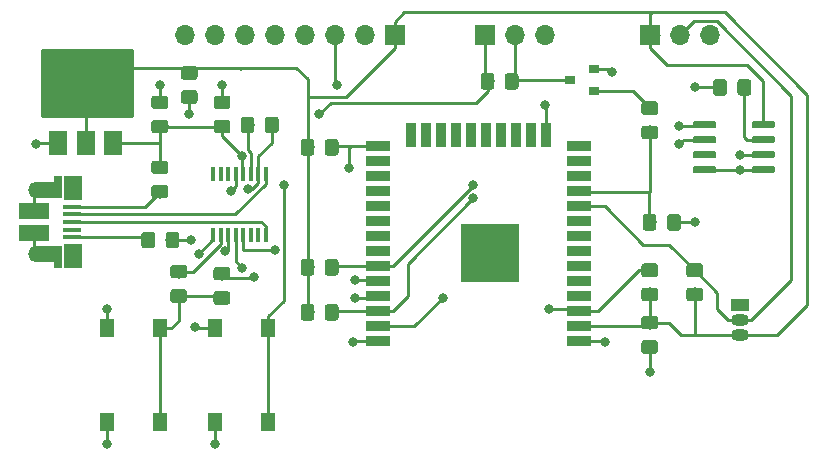
<source format=gbr>
G04 #@! TF.GenerationSoftware,KiCad,Pcbnew,(5.1.4)-1*
G04 #@! TF.CreationDate,2020-02-15T22:34:10+00:00*
G04 #@! TF.ProjectId,ESP32-Telemetry,45535033-322d-4546-956c-656d65747279,rev?*
G04 #@! TF.SameCoordinates,Original*
G04 #@! TF.FileFunction,Copper,L1,Top*
G04 #@! TF.FilePolarity,Positive*
%FSLAX46Y46*%
G04 Gerber Fmt 4.6, Leading zero omitted, Abs format (unit mm)*
G04 Created by KiCad (PCBNEW (5.1.4)-1) date 2020-02-15 22:34:10*
%MOMM*%
%LPD*%
G04 APERTURE LIST*
%ADD10R,1.700000X1.700000*%
%ADD11O,1.700000X1.700000*%
%ADD12C,0.100000*%
%ADD13C,1.150000*%
%ADD14C,0.600000*%
%ADD15R,0.900000X0.800000*%
%ADD16O,1.500000X1.050000*%
%ADD17R,1.500000X1.050000*%
%ADD18R,2.000000X0.900000*%
%ADD19R,0.900000X2.000000*%
%ADD20R,5.000000X5.000000*%
%ADD21R,2.000000X1.350000*%
%ADD22R,0.700000X1.825000*%
%ADD23R,1.500000X2.000000*%
%ADD24R,1.650000X0.400000*%
%ADD25O,1.500000X1.100000*%
%ADD26O,1.700000X1.350000*%
%ADD27R,2.500000X1.430000*%
%ADD28R,1.300000X1.550000*%
%ADD29R,3.800000X2.000000*%
%ADD30R,0.400000X1.200000*%
%ADD31C,0.800000*%
%ADD32C,0.250000*%
%ADD33C,0.254000*%
G04 APERTURE END LIST*
D10*
X157500000Y-71750000D03*
D11*
X160040000Y-71750000D03*
X162580000Y-71750000D03*
D12*
G36*
X130914505Y-80581204D02*
G01*
X130938773Y-80584804D01*
X130962572Y-80590765D01*
X130985671Y-80599030D01*
X131007850Y-80609520D01*
X131028893Y-80622132D01*
X131048599Y-80636747D01*
X131066777Y-80653223D01*
X131083253Y-80671401D01*
X131097868Y-80691107D01*
X131110480Y-80712150D01*
X131120970Y-80734329D01*
X131129235Y-80757428D01*
X131135196Y-80781227D01*
X131138796Y-80805495D01*
X131140000Y-80829999D01*
X131140000Y-81730001D01*
X131138796Y-81754505D01*
X131135196Y-81778773D01*
X131129235Y-81802572D01*
X131120970Y-81825671D01*
X131110480Y-81847850D01*
X131097868Y-81868893D01*
X131083253Y-81888599D01*
X131066777Y-81906777D01*
X131048599Y-81923253D01*
X131028893Y-81937868D01*
X131007850Y-81950480D01*
X130985671Y-81960970D01*
X130962572Y-81969235D01*
X130938773Y-81975196D01*
X130914505Y-81978796D01*
X130890001Y-81980000D01*
X130239999Y-81980000D01*
X130215495Y-81978796D01*
X130191227Y-81975196D01*
X130167428Y-81969235D01*
X130144329Y-81960970D01*
X130122150Y-81950480D01*
X130101107Y-81937868D01*
X130081401Y-81923253D01*
X130063223Y-81906777D01*
X130046747Y-81888599D01*
X130032132Y-81868893D01*
X130019520Y-81847850D01*
X130009030Y-81825671D01*
X130000765Y-81802572D01*
X129994804Y-81778773D01*
X129991204Y-81754505D01*
X129990000Y-81730001D01*
X129990000Y-80829999D01*
X129991204Y-80805495D01*
X129994804Y-80781227D01*
X130000765Y-80757428D01*
X130009030Y-80734329D01*
X130019520Y-80712150D01*
X130032132Y-80691107D01*
X130046747Y-80671401D01*
X130063223Y-80653223D01*
X130081401Y-80636747D01*
X130101107Y-80622132D01*
X130122150Y-80609520D01*
X130144329Y-80599030D01*
X130167428Y-80590765D01*
X130191227Y-80584804D01*
X130215495Y-80581204D01*
X130239999Y-80580000D01*
X130890001Y-80580000D01*
X130914505Y-80581204D01*
X130914505Y-80581204D01*
G37*
D13*
X130565000Y-81280000D03*
D12*
G36*
X128864505Y-80581204D02*
G01*
X128888773Y-80584804D01*
X128912572Y-80590765D01*
X128935671Y-80599030D01*
X128957850Y-80609520D01*
X128978893Y-80622132D01*
X128998599Y-80636747D01*
X129016777Y-80653223D01*
X129033253Y-80671401D01*
X129047868Y-80691107D01*
X129060480Y-80712150D01*
X129070970Y-80734329D01*
X129079235Y-80757428D01*
X129085196Y-80781227D01*
X129088796Y-80805495D01*
X129090000Y-80829999D01*
X129090000Y-81730001D01*
X129088796Y-81754505D01*
X129085196Y-81778773D01*
X129079235Y-81802572D01*
X129070970Y-81825671D01*
X129060480Y-81847850D01*
X129047868Y-81868893D01*
X129033253Y-81888599D01*
X129016777Y-81906777D01*
X128998599Y-81923253D01*
X128978893Y-81937868D01*
X128957850Y-81950480D01*
X128935671Y-81960970D01*
X128912572Y-81969235D01*
X128888773Y-81975196D01*
X128864505Y-81978796D01*
X128840001Y-81980000D01*
X128189999Y-81980000D01*
X128165495Y-81978796D01*
X128141227Y-81975196D01*
X128117428Y-81969235D01*
X128094329Y-81960970D01*
X128072150Y-81950480D01*
X128051107Y-81937868D01*
X128031401Y-81923253D01*
X128013223Y-81906777D01*
X127996747Y-81888599D01*
X127982132Y-81868893D01*
X127969520Y-81847850D01*
X127959030Y-81825671D01*
X127950765Y-81802572D01*
X127944804Y-81778773D01*
X127941204Y-81754505D01*
X127940000Y-81730001D01*
X127940000Y-80829999D01*
X127941204Y-80805495D01*
X127944804Y-80781227D01*
X127950765Y-80757428D01*
X127959030Y-80734329D01*
X127969520Y-80712150D01*
X127982132Y-80691107D01*
X127996747Y-80671401D01*
X128013223Y-80653223D01*
X128031401Y-80636747D01*
X128051107Y-80622132D01*
X128072150Y-80609520D01*
X128094329Y-80599030D01*
X128117428Y-80590765D01*
X128141227Y-80584804D01*
X128165495Y-80581204D01*
X128189999Y-80580000D01*
X128840001Y-80580000D01*
X128864505Y-80581204D01*
X128864505Y-80581204D01*
G37*
D13*
X128515000Y-81280000D03*
D12*
G36*
X116474505Y-82401204D02*
G01*
X116498773Y-82404804D01*
X116522572Y-82410765D01*
X116545671Y-82419030D01*
X116567850Y-82429520D01*
X116588893Y-82442132D01*
X116608599Y-82456747D01*
X116626777Y-82473223D01*
X116643253Y-82491401D01*
X116657868Y-82511107D01*
X116670480Y-82532150D01*
X116680970Y-82554329D01*
X116689235Y-82577428D01*
X116695196Y-82601227D01*
X116698796Y-82625495D01*
X116700000Y-82649999D01*
X116700000Y-83300001D01*
X116698796Y-83324505D01*
X116695196Y-83348773D01*
X116689235Y-83372572D01*
X116680970Y-83395671D01*
X116670480Y-83417850D01*
X116657868Y-83438893D01*
X116643253Y-83458599D01*
X116626777Y-83476777D01*
X116608599Y-83493253D01*
X116588893Y-83507868D01*
X116567850Y-83520480D01*
X116545671Y-83530970D01*
X116522572Y-83539235D01*
X116498773Y-83545196D01*
X116474505Y-83548796D01*
X116450001Y-83550000D01*
X115549999Y-83550000D01*
X115525495Y-83548796D01*
X115501227Y-83545196D01*
X115477428Y-83539235D01*
X115454329Y-83530970D01*
X115432150Y-83520480D01*
X115411107Y-83507868D01*
X115391401Y-83493253D01*
X115373223Y-83476777D01*
X115356747Y-83458599D01*
X115342132Y-83438893D01*
X115329520Y-83417850D01*
X115319030Y-83395671D01*
X115310765Y-83372572D01*
X115304804Y-83348773D01*
X115301204Y-83324505D01*
X115300000Y-83300001D01*
X115300000Y-82649999D01*
X115301204Y-82625495D01*
X115304804Y-82601227D01*
X115310765Y-82577428D01*
X115319030Y-82554329D01*
X115329520Y-82532150D01*
X115342132Y-82511107D01*
X115356747Y-82491401D01*
X115373223Y-82473223D01*
X115391401Y-82456747D01*
X115411107Y-82442132D01*
X115432150Y-82429520D01*
X115454329Y-82419030D01*
X115477428Y-82410765D01*
X115501227Y-82404804D01*
X115525495Y-82401204D01*
X115549999Y-82400000D01*
X116450001Y-82400000D01*
X116474505Y-82401204D01*
X116474505Y-82401204D01*
G37*
D13*
X116000000Y-82975000D03*
D12*
G36*
X116474505Y-84451204D02*
G01*
X116498773Y-84454804D01*
X116522572Y-84460765D01*
X116545671Y-84469030D01*
X116567850Y-84479520D01*
X116588893Y-84492132D01*
X116608599Y-84506747D01*
X116626777Y-84523223D01*
X116643253Y-84541401D01*
X116657868Y-84561107D01*
X116670480Y-84582150D01*
X116680970Y-84604329D01*
X116689235Y-84627428D01*
X116695196Y-84651227D01*
X116698796Y-84675495D01*
X116700000Y-84699999D01*
X116700000Y-85350001D01*
X116698796Y-85374505D01*
X116695196Y-85398773D01*
X116689235Y-85422572D01*
X116680970Y-85445671D01*
X116670480Y-85467850D01*
X116657868Y-85488893D01*
X116643253Y-85508599D01*
X116626777Y-85526777D01*
X116608599Y-85543253D01*
X116588893Y-85557868D01*
X116567850Y-85570480D01*
X116545671Y-85580970D01*
X116522572Y-85589235D01*
X116498773Y-85595196D01*
X116474505Y-85598796D01*
X116450001Y-85600000D01*
X115549999Y-85600000D01*
X115525495Y-85598796D01*
X115501227Y-85595196D01*
X115477428Y-85589235D01*
X115454329Y-85580970D01*
X115432150Y-85570480D01*
X115411107Y-85557868D01*
X115391401Y-85543253D01*
X115373223Y-85526777D01*
X115356747Y-85508599D01*
X115342132Y-85488893D01*
X115329520Y-85467850D01*
X115319030Y-85445671D01*
X115310765Y-85422572D01*
X115304804Y-85398773D01*
X115301204Y-85374505D01*
X115300000Y-85350001D01*
X115300000Y-84699999D01*
X115301204Y-84675495D01*
X115304804Y-84651227D01*
X115310765Y-84627428D01*
X115319030Y-84604329D01*
X115329520Y-84582150D01*
X115342132Y-84561107D01*
X115356747Y-84541401D01*
X115373223Y-84523223D01*
X115391401Y-84506747D01*
X115411107Y-84492132D01*
X115432150Y-84479520D01*
X115454329Y-84469030D01*
X115477428Y-84460765D01*
X115501227Y-84454804D01*
X115525495Y-84451204D01*
X115549999Y-84450000D01*
X116450001Y-84450000D01*
X116474505Y-84451204D01*
X116474505Y-84451204D01*
G37*
D13*
X116000000Y-85025000D03*
D12*
G36*
X162979703Y-79075722D02*
G01*
X162994264Y-79077882D01*
X163008543Y-79081459D01*
X163022403Y-79086418D01*
X163035710Y-79092712D01*
X163048336Y-79100280D01*
X163060159Y-79109048D01*
X163071066Y-79118934D01*
X163080952Y-79129841D01*
X163089720Y-79141664D01*
X163097288Y-79154290D01*
X163103582Y-79167597D01*
X163108541Y-79181457D01*
X163112118Y-79195736D01*
X163114278Y-79210297D01*
X163115000Y-79225000D01*
X163115000Y-79525000D01*
X163114278Y-79539703D01*
X163112118Y-79554264D01*
X163108541Y-79568543D01*
X163103582Y-79582403D01*
X163097288Y-79595710D01*
X163089720Y-79608336D01*
X163080952Y-79620159D01*
X163071066Y-79631066D01*
X163060159Y-79640952D01*
X163048336Y-79649720D01*
X163035710Y-79657288D01*
X163022403Y-79663582D01*
X163008543Y-79668541D01*
X162994264Y-79672118D01*
X162979703Y-79674278D01*
X162965000Y-79675000D01*
X161315000Y-79675000D01*
X161300297Y-79674278D01*
X161285736Y-79672118D01*
X161271457Y-79668541D01*
X161257597Y-79663582D01*
X161244290Y-79657288D01*
X161231664Y-79649720D01*
X161219841Y-79640952D01*
X161208934Y-79631066D01*
X161199048Y-79620159D01*
X161190280Y-79608336D01*
X161182712Y-79595710D01*
X161176418Y-79582403D01*
X161171459Y-79568543D01*
X161167882Y-79554264D01*
X161165722Y-79539703D01*
X161165000Y-79525000D01*
X161165000Y-79225000D01*
X161165722Y-79210297D01*
X161167882Y-79195736D01*
X161171459Y-79181457D01*
X161176418Y-79167597D01*
X161182712Y-79154290D01*
X161190280Y-79141664D01*
X161199048Y-79129841D01*
X161208934Y-79118934D01*
X161219841Y-79109048D01*
X161231664Y-79100280D01*
X161244290Y-79092712D01*
X161257597Y-79086418D01*
X161271457Y-79081459D01*
X161285736Y-79077882D01*
X161300297Y-79075722D01*
X161315000Y-79075000D01*
X162965000Y-79075000D01*
X162979703Y-79075722D01*
X162979703Y-79075722D01*
G37*
D14*
X162140000Y-79375000D03*
D12*
G36*
X162979703Y-80345722D02*
G01*
X162994264Y-80347882D01*
X163008543Y-80351459D01*
X163022403Y-80356418D01*
X163035710Y-80362712D01*
X163048336Y-80370280D01*
X163060159Y-80379048D01*
X163071066Y-80388934D01*
X163080952Y-80399841D01*
X163089720Y-80411664D01*
X163097288Y-80424290D01*
X163103582Y-80437597D01*
X163108541Y-80451457D01*
X163112118Y-80465736D01*
X163114278Y-80480297D01*
X163115000Y-80495000D01*
X163115000Y-80795000D01*
X163114278Y-80809703D01*
X163112118Y-80824264D01*
X163108541Y-80838543D01*
X163103582Y-80852403D01*
X163097288Y-80865710D01*
X163089720Y-80878336D01*
X163080952Y-80890159D01*
X163071066Y-80901066D01*
X163060159Y-80910952D01*
X163048336Y-80919720D01*
X163035710Y-80927288D01*
X163022403Y-80933582D01*
X163008543Y-80938541D01*
X162994264Y-80942118D01*
X162979703Y-80944278D01*
X162965000Y-80945000D01*
X161315000Y-80945000D01*
X161300297Y-80944278D01*
X161285736Y-80942118D01*
X161271457Y-80938541D01*
X161257597Y-80933582D01*
X161244290Y-80927288D01*
X161231664Y-80919720D01*
X161219841Y-80910952D01*
X161208934Y-80901066D01*
X161199048Y-80890159D01*
X161190280Y-80878336D01*
X161182712Y-80865710D01*
X161176418Y-80852403D01*
X161171459Y-80838543D01*
X161167882Y-80824264D01*
X161165722Y-80809703D01*
X161165000Y-80795000D01*
X161165000Y-80495000D01*
X161165722Y-80480297D01*
X161167882Y-80465736D01*
X161171459Y-80451457D01*
X161176418Y-80437597D01*
X161182712Y-80424290D01*
X161190280Y-80411664D01*
X161199048Y-80399841D01*
X161208934Y-80388934D01*
X161219841Y-80379048D01*
X161231664Y-80370280D01*
X161244290Y-80362712D01*
X161257597Y-80356418D01*
X161271457Y-80351459D01*
X161285736Y-80347882D01*
X161300297Y-80345722D01*
X161315000Y-80345000D01*
X162965000Y-80345000D01*
X162979703Y-80345722D01*
X162979703Y-80345722D01*
G37*
D14*
X162140000Y-80645000D03*
D12*
G36*
X162979703Y-81615722D02*
G01*
X162994264Y-81617882D01*
X163008543Y-81621459D01*
X163022403Y-81626418D01*
X163035710Y-81632712D01*
X163048336Y-81640280D01*
X163060159Y-81649048D01*
X163071066Y-81658934D01*
X163080952Y-81669841D01*
X163089720Y-81681664D01*
X163097288Y-81694290D01*
X163103582Y-81707597D01*
X163108541Y-81721457D01*
X163112118Y-81735736D01*
X163114278Y-81750297D01*
X163115000Y-81765000D01*
X163115000Y-82065000D01*
X163114278Y-82079703D01*
X163112118Y-82094264D01*
X163108541Y-82108543D01*
X163103582Y-82122403D01*
X163097288Y-82135710D01*
X163089720Y-82148336D01*
X163080952Y-82160159D01*
X163071066Y-82171066D01*
X163060159Y-82180952D01*
X163048336Y-82189720D01*
X163035710Y-82197288D01*
X163022403Y-82203582D01*
X163008543Y-82208541D01*
X162994264Y-82212118D01*
X162979703Y-82214278D01*
X162965000Y-82215000D01*
X161315000Y-82215000D01*
X161300297Y-82214278D01*
X161285736Y-82212118D01*
X161271457Y-82208541D01*
X161257597Y-82203582D01*
X161244290Y-82197288D01*
X161231664Y-82189720D01*
X161219841Y-82180952D01*
X161208934Y-82171066D01*
X161199048Y-82160159D01*
X161190280Y-82148336D01*
X161182712Y-82135710D01*
X161176418Y-82122403D01*
X161171459Y-82108543D01*
X161167882Y-82094264D01*
X161165722Y-82079703D01*
X161165000Y-82065000D01*
X161165000Y-81765000D01*
X161165722Y-81750297D01*
X161167882Y-81735736D01*
X161171459Y-81721457D01*
X161176418Y-81707597D01*
X161182712Y-81694290D01*
X161190280Y-81681664D01*
X161199048Y-81669841D01*
X161208934Y-81658934D01*
X161219841Y-81649048D01*
X161231664Y-81640280D01*
X161244290Y-81632712D01*
X161257597Y-81626418D01*
X161271457Y-81621459D01*
X161285736Y-81617882D01*
X161300297Y-81615722D01*
X161315000Y-81615000D01*
X162965000Y-81615000D01*
X162979703Y-81615722D01*
X162979703Y-81615722D01*
G37*
D14*
X162140000Y-81915000D03*
D12*
G36*
X162979703Y-82885722D02*
G01*
X162994264Y-82887882D01*
X163008543Y-82891459D01*
X163022403Y-82896418D01*
X163035710Y-82902712D01*
X163048336Y-82910280D01*
X163060159Y-82919048D01*
X163071066Y-82928934D01*
X163080952Y-82939841D01*
X163089720Y-82951664D01*
X163097288Y-82964290D01*
X163103582Y-82977597D01*
X163108541Y-82991457D01*
X163112118Y-83005736D01*
X163114278Y-83020297D01*
X163115000Y-83035000D01*
X163115000Y-83335000D01*
X163114278Y-83349703D01*
X163112118Y-83364264D01*
X163108541Y-83378543D01*
X163103582Y-83392403D01*
X163097288Y-83405710D01*
X163089720Y-83418336D01*
X163080952Y-83430159D01*
X163071066Y-83441066D01*
X163060159Y-83450952D01*
X163048336Y-83459720D01*
X163035710Y-83467288D01*
X163022403Y-83473582D01*
X163008543Y-83478541D01*
X162994264Y-83482118D01*
X162979703Y-83484278D01*
X162965000Y-83485000D01*
X161315000Y-83485000D01*
X161300297Y-83484278D01*
X161285736Y-83482118D01*
X161271457Y-83478541D01*
X161257597Y-83473582D01*
X161244290Y-83467288D01*
X161231664Y-83459720D01*
X161219841Y-83450952D01*
X161208934Y-83441066D01*
X161199048Y-83430159D01*
X161190280Y-83418336D01*
X161182712Y-83405710D01*
X161176418Y-83392403D01*
X161171459Y-83378543D01*
X161167882Y-83364264D01*
X161165722Y-83349703D01*
X161165000Y-83335000D01*
X161165000Y-83035000D01*
X161165722Y-83020297D01*
X161167882Y-83005736D01*
X161171459Y-82991457D01*
X161176418Y-82977597D01*
X161182712Y-82964290D01*
X161190280Y-82951664D01*
X161199048Y-82939841D01*
X161208934Y-82928934D01*
X161219841Y-82919048D01*
X161231664Y-82910280D01*
X161244290Y-82902712D01*
X161257597Y-82896418D01*
X161271457Y-82891459D01*
X161285736Y-82887882D01*
X161300297Y-82885722D01*
X161315000Y-82885000D01*
X162965000Y-82885000D01*
X162979703Y-82885722D01*
X162979703Y-82885722D01*
G37*
D14*
X162140000Y-83185000D03*
D12*
G36*
X167929703Y-82885722D02*
G01*
X167944264Y-82887882D01*
X167958543Y-82891459D01*
X167972403Y-82896418D01*
X167985710Y-82902712D01*
X167998336Y-82910280D01*
X168010159Y-82919048D01*
X168021066Y-82928934D01*
X168030952Y-82939841D01*
X168039720Y-82951664D01*
X168047288Y-82964290D01*
X168053582Y-82977597D01*
X168058541Y-82991457D01*
X168062118Y-83005736D01*
X168064278Y-83020297D01*
X168065000Y-83035000D01*
X168065000Y-83335000D01*
X168064278Y-83349703D01*
X168062118Y-83364264D01*
X168058541Y-83378543D01*
X168053582Y-83392403D01*
X168047288Y-83405710D01*
X168039720Y-83418336D01*
X168030952Y-83430159D01*
X168021066Y-83441066D01*
X168010159Y-83450952D01*
X167998336Y-83459720D01*
X167985710Y-83467288D01*
X167972403Y-83473582D01*
X167958543Y-83478541D01*
X167944264Y-83482118D01*
X167929703Y-83484278D01*
X167915000Y-83485000D01*
X166265000Y-83485000D01*
X166250297Y-83484278D01*
X166235736Y-83482118D01*
X166221457Y-83478541D01*
X166207597Y-83473582D01*
X166194290Y-83467288D01*
X166181664Y-83459720D01*
X166169841Y-83450952D01*
X166158934Y-83441066D01*
X166149048Y-83430159D01*
X166140280Y-83418336D01*
X166132712Y-83405710D01*
X166126418Y-83392403D01*
X166121459Y-83378543D01*
X166117882Y-83364264D01*
X166115722Y-83349703D01*
X166115000Y-83335000D01*
X166115000Y-83035000D01*
X166115722Y-83020297D01*
X166117882Y-83005736D01*
X166121459Y-82991457D01*
X166126418Y-82977597D01*
X166132712Y-82964290D01*
X166140280Y-82951664D01*
X166149048Y-82939841D01*
X166158934Y-82928934D01*
X166169841Y-82919048D01*
X166181664Y-82910280D01*
X166194290Y-82902712D01*
X166207597Y-82896418D01*
X166221457Y-82891459D01*
X166235736Y-82887882D01*
X166250297Y-82885722D01*
X166265000Y-82885000D01*
X167915000Y-82885000D01*
X167929703Y-82885722D01*
X167929703Y-82885722D01*
G37*
D14*
X167090000Y-83185000D03*
D12*
G36*
X167929703Y-81615722D02*
G01*
X167944264Y-81617882D01*
X167958543Y-81621459D01*
X167972403Y-81626418D01*
X167985710Y-81632712D01*
X167998336Y-81640280D01*
X168010159Y-81649048D01*
X168021066Y-81658934D01*
X168030952Y-81669841D01*
X168039720Y-81681664D01*
X168047288Y-81694290D01*
X168053582Y-81707597D01*
X168058541Y-81721457D01*
X168062118Y-81735736D01*
X168064278Y-81750297D01*
X168065000Y-81765000D01*
X168065000Y-82065000D01*
X168064278Y-82079703D01*
X168062118Y-82094264D01*
X168058541Y-82108543D01*
X168053582Y-82122403D01*
X168047288Y-82135710D01*
X168039720Y-82148336D01*
X168030952Y-82160159D01*
X168021066Y-82171066D01*
X168010159Y-82180952D01*
X167998336Y-82189720D01*
X167985710Y-82197288D01*
X167972403Y-82203582D01*
X167958543Y-82208541D01*
X167944264Y-82212118D01*
X167929703Y-82214278D01*
X167915000Y-82215000D01*
X166265000Y-82215000D01*
X166250297Y-82214278D01*
X166235736Y-82212118D01*
X166221457Y-82208541D01*
X166207597Y-82203582D01*
X166194290Y-82197288D01*
X166181664Y-82189720D01*
X166169841Y-82180952D01*
X166158934Y-82171066D01*
X166149048Y-82160159D01*
X166140280Y-82148336D01*
X166132712Y-82135710D01*
X166126418Y-82122403D01*
X166121459Y-82108543D01*
X166117882Y-82094264D01*
X166115722Y-82079703D01*
X166115000Y-82065000D01*
X166115000Y-81765000D01*
X166115722Y-81750297D01*
X166117882Y-81735736D01*
X166121459Y-81721457D01*
X166126418Y-81707597D01*
X166132712Y-81694290D01*
X166140280Y-81681664D01*
X166149048Y-81669841D01*
X166158934Y-81658934D01*
X166169841Y-81649048D01*
X166181664Y-81640280D01*
X166194290Y-81632712D01*
X166207597Y-81626418D01*
X166221457Y-81621459D01*
X166235736Y-81617882D01*
X166250297Y-81615722D01*
X166265000Y-81615000D01*
X167915000Y-81615000D01*
X167929703Y-81615722D01*
X167929703Y-81615722D01*
G37*
D14*
X167090000Y-81915000D03*
D12*
G36*
X167929703Y-80345722D02*
G01*
X167944264Y-80347882D01*
X167958543Y-80351459D01*
X167972403Y-80356418D01*
X167985710Y-80362712D01*
X167998336Y-80370280D01*
X168010159Y-80379048D01*
X168021066Y-80388934D01*
X168030952Y-80399841D01*
X168039720Y-80411664D01*
X168047288Y-80424290D01*
X168053582Y-80437597D01*
X168058541Y-80451457D01*
X168062118Y-80465736D01*
X168064278Y-80480297D01*
X168065000Y-80495000D01*
X168065000Y-80795000D01*
X168064278Y-80809703D01*
X168062118Y-80824264D01*
X168058541Y-80838543D01*
X168053582Y-80852403D01*
X168047288Y-80865710D01*
X168039720Y-80878336D01*
X168030952Y-80890159D01*
X168021066Y-80901066D01*
X168010159Y-80910952D01*
X167998336Y-80919720D01*
X167985710Y-80927288D01*
X167972403Y-80933582D01*
X167958543Y-80938541D01*
X167944264Y-80942118D01*
X167929703Y-80944278D01*
X167915000Y-80945000D01*
X166265000Y-80945000D01*
X166250297Y-80944278D01*
X166235736Y-80942118D01*
X166221457Y-80938541D01*
X166207597Y-80933582D01*
X166194290Y-80927288D01*
X166181664Y-80919720D01*
X166169841Y-80910952D01*
X166158934Y-80901066D01*
X166149048Y-80890159D01*
X166140280Y-80878336D01*
X166132712Y-80865710D01*
X166126418Y-80852403D01*
X166121459Y-80838543D01*
X166117882Y-80824264D01*
X166115722Y-80809703D01*
X166115000Y-80795000D01*
X166115000Y-80495000D01*
X166115722Y-80480297D01*
X166117882Y-80465736D01*
X166121459Y-80451457D01*
X166126418Y-80437597D01*
X166132712Y-80424290D01*
X166140280Y-80411664D01*
X166149048Y-80399841D01*
X166158934Y-80388934D01*
X166169841Y-80379048D01*
X166181664Y-80370280D01*
X166194290Y-80362712D01*
X166207597Y-80356418D01*
X166221457Y-80351459D01*
X166235736Y-80347882D01*
X166250297Y-80345722D01*
X166265000Y-80345000D01*
X167915000Y-80345000D01*
X167929703Y-80345722D01*
X167929703Y-80345722D01*
G37*
D14*
X167090000Y-80645000D03*
D12*
G36*
X167929703Y-79075722D02*
G01*
X167944264Y-79077882D01*
X167958543Y-79081459D01*
X167972403Y-79086418D01*
X167985710Y-79092712D01*
X167998336Y-79100280D01*
X168010159Y-79109048D01*
X168021066Y-79118934D01*
X168030952Y-79129841D01*
X168039720Y-79141664D01*
X168047288Y-79154290D01*
X168053582Y-79167597D01*
X168058541Y-79181457D01*
X168062118Y-79195736D01*
X168064278Y-79210297D01*
X168065000Y-79225000D01*
X168065000Y-79525000D01*
X168064278Y-79539703D01*
X168062118Y-79554264D01*
X168058541Y-79568543D01*
X168053582Y-79582403D01*
X168047288Y-79595710D01*
X168039720Y-79608336D01*
X168030952Y-79620159D01*
X168021066Y-79631066D01*
X168010159Y-79640952D01*
X167998336Y-79649720D01*
X167985710Y-79657288D01*
X167972403Y-79663582D01*
X167958543Y-79668541D01*
X167944264Y-79672118D01*
X167929703Y-79674278D01*
X167915000Y-79675000D01*
X166265000Y-79675000D01*
X166250297Y-79674278D01*
X166235736Y-79672118D01*
X166221457Y-79668541D01*
X166207597Y-79663582D01*
X166194290Y-79657288D01*
X166181664Y-79649720D01*
X166169841Y-79640952D01*
X166158934Y-79631066D01*
X166149048Y-79620159D01*
X166140280Y-79608336D01*
X166132712Y-79595710D01*
X166126418Y-79582403D01*
X166121459Y-79568543D01*
X166117882Y-79554264D01*
X166115722Y-79539703D01*
X166115000Y-79525000D01*
X166115000Y-79225000D01*
X166115722Y-79210297D01*
X166117882Y-79195736D01*
X166121459Y-79181457D01*
X166126418Y-79167597D01*
X166132712Y-79154290D01*
X166140280Y-79141664D01*
X166149048Y-79129841D01*
X166158934Y-79118934D01*
X166169841Y-79109048D01*
X166181664Y-79100280D01*
X166194290Y-79092712D01*
X166207597Y-79086418D01*
X166221457Y-79081459D01*
X166235736Y-79077882D01*
X166250297Y-79075722D01*
X166265000Y-79075000D01*
X167915000Y-79075000D01*
X167929703Y-79075722D01*
X167929703Y-79075722D01*
G37*
D14*
X167090000Y-79375000D03*
D15*
X152765000Y-76515000D03*
X152765000Y-74615000D03*
X150765000Y-75565000D03*
D16*
X165100000Y-95885000D03*
X165100000Y-97155000D03*
D17*
X165100000Y-94615000D03*
D18*
X134476600Y-97716000D03*
X134476600Y-96446000D03*
X134476600Y-95176000D03*
X134476600Y-93906000D03*
X134476600Y-92636000D03*
X134476600Y-91366000D03*
X134476600Y-90096000D03*
X134476600Y-88826000D03*
X134476600Y-87556000D03*
X134476600Y-86286000D03*
X134476600Y-85016000D03*
X134476600Y-83746000D03*
X134476600Y-82476000D03*
X134476600Y-81206000D03*
D19*
X137261600Y-80206000D03*
X138531600Y-80206000D03*
X139801600Y-80206000D03*
X141071600Y-80206000D03*
X142341600Y-80206000D03*
X143611600Y-80206000D03*
X144881600Y-80206000D03*
X146151600Y-80206000D03*
X147421600Y-80206000D03*
X148691600Y-80206000D03*
D18*
X151476600Y-81206000D03*
X151476600Y-82476000D03*
X151476600Y-83746000D03*
X151476600Y-85016000D03*
X151476600Y-86286000D03*
X151476600Y-87556000D03*
X151476600Y-88826000D03*
X151476600Y-90096000D03*
X151476600Y-91366000D03*
X151476600Y-92636000D03*
X151476600Y-93906000D03*
X151476600Y-95176000D03*
X151476600Y-96446000D03*
X151476600Y-97716000D03*
D20*
X143976600Y-90216000D03*
D12*
G36*
X161764505Y-93161204D02*
G01*
X161788773Y-93164804D01*
X161812572Y-93170765D01*
X161835671Y-93179030D01*
X161857850Y-93189520D01*
X161878893Y-93202132D01*
X161898599Y-93216747D01*
X161916777Y-93233223D01*
X161933253Y-93251401D01*
X161947868Y-93271107D01*
X161960480Y-93292150D01*
X161970970Y-93314329D01*
X161979235Y-93337428D01*
X161985196Y-93361227D01*
X161988796Y-93385495D01*
X161990000Y-93409999D01*
X161990000Y-94060001D01*
X161988796Y-94084505D01*
X161985196Y-94108773D01*
X161979235Y-94132572D01*
X161970970Y-94155671D01*
X161960480Y-94177850D01*
X161947868Y-94198893D01*
X161933253Y-94218599D01*
X161916777Y-94236777D01*
X161898599Y-94253253D01*
X161878893Y-94267868D01*
X161857850Y-94280480D01*
X161835671Y-94290970D01*
X161812572Y-94299235D01*
X161788773Y-94305196D01*
X161764505Y-94308796D01*
X161740001Y-94310000D01*
X160839999Y-94310000D01*
X160815495Y-94308796D01*
X160791227Y-94305196D01*
X160767428Y-94299235D01*
X160744329Y-94290970D01*
X160722150Y-94280480D01*
X160701107Y-94267868D01*
X160681401Y-94253253D01*
X160663223Y-94236777D01*
X160646747Y-94218599D01*
X160632132Y-94198893D01*
X160619520Y-94177850D01*
X160609030Y-94155671D01*
X160600765Y-94132572D01*
X160594804Y-94108773D01*
X160591204Y-94084505D01*
X160590000Y-94060001D01*
X160590000Y-93409999D01*
X160591204Y-93385495D01*
X160594804Y-93361227D01*
X160600765Y-93337428D01*
X160609030Y-93314329D01*
X160619520Y-93292150D01*
X160632132Y-93271107D01*
X160646747Y-93251401D01*
X160663223Y-93233223D01*
X160681401Y-93216747D01*
X160701107Y-93202132D01*
X160722150Y-93189520D01*
X160744329Y-93179030D01*
X160767428Y-93170765D01*
X160791227Y-93164804D01*
X160815495Y-93161204D01*
X160839999Y-93160000D01*
X161740001Y-93160000D01*
X161764505Y-93161204D01*
X161764505Y-93161204D01*
G37*
D13*
X161290000Y-93735000D03*
D12*
G36*
X161764505Y-91111204D02*
G01*
X161788773Y-91114804D01*
X161812572Y-91120765D01*
X161835671Y-91129030D01*
X161857850Y-91139520D01*
X161878893Y-91152132D01*
X161898599Y-91166747D01*
X161916777Y-91183223D01*
X161933253Y-91201401D01*
X161947868Y-91221107D01*
X161960480Y-91242150D01*
X161970970Y-91264329D01*
X161979235Y-91287428D01*
X161985196Y-91311227D01*
X161988796Y-91335495D01*
X161990000Y-91359999D01*
X161990000Y-92010001D01*
X161988796Y-92034505D01*
X161985196Y-92058773D01*
X161979235Y-92082572D01*
X161970970Y-92105671D01*
X161960480Y-92127850D01*
X161947868Y-92148893D01*
X161933253Y-92168599D01*
X161916777Y-92186777D01*
X161898599Y-92203253D01*
X161878893Y-92217868D01*
X161857850Y-92230480D01*
X161835671Y-92240970D01*
X161812572Y-92249235D01*
X161788773Y-92255196D01*
X161764505Y-92258796D01*
X161740001Y-92260000D01*
X160839999Y-92260000D01*
X160815495Y-92258796D01*
X160791227Y-92255196D01*
X160767428Y-92249235D01*
X160744329Y-92240970D01*
X160722150Y-92230480D01*
X160701107Y-92217868D01*
X160681401Y-92203253D01*
X160663223Y-92186777D01*
X160646747Y-92168599D01*
X160632132Y-92148893D01*
X160619520Y-92127850D01*
X160609030Y-92105671D01*
X160600765Y-92082572D01*
X160594804Y-92058773D01*
X160591204Y-92034505D01*
X160590000Y-92010001D01*
X160590000Y-91359999D01*
X160591204Y-91335495D01*
X160594804Y-91311227D01*
X160600765Y-91287428D01*
X160609030Y-91264329D01*
X160619520Y-91242150D01*
X160632132Y-91221107D01*
X160646747Y-91201401D01*
X160663223Y-91183223D01*
X160681401Y-91166747D01*
X160701107Y-91152132D01*
X160722150Y-91139520D01*
X160744329Y-91129030D01*
X160767428Y-91120765D01*
X160791227Y-91114804D01*
X160815495Y-91111204D01*
X160839999Y-91110000D01*
X161740001Y-91110000D01*
X161764505Y-91111204D01*
X161764505Y-91111204D01*
G37*
D13*
X161290000Y-91685000D03*
D12*
G36*
X163789505Y-75501204D02*
G01*
X163813773Y-75504804D01*
X163837572Y-75510765D01*
X163860671Y-75519030D01*
X163882850Y-75529520D01*
X163903893Y-75542132D01*
X163923599Y-75556747D01*
X163941777Y-75573223D01*
X163958253Y-75591401D01*
X163972868Y-75611107D01*
X163985480Y-75632150D01*
X163995970Y-75654329D01*
X164004235Y-75677428D01*
X164010196Y-75701227D01*
X164013796Y-75725495D01*
X164015000Y-75749999D01*
X164015000Y-76650001D01*
X164013796Y-76674505D01*
X164010196Y-76698773D01*
X164004235Y-76722572D01*
X163995970Y-76745671D01*
X163985480Y-76767850D01*
X163972868Y-76788893D01*
X163958253Y-76808599D01*
X163941777Y-76826777D01*
X163923599Y-76843253D01*
X163903893Y-76857868D01*
X163882850Y-76870480D01*
X163860671Y-76880970D01*
X163837572Y-76889235D01*
X163813773Y-76895196D01*
X163789505Y-76898796D01*
X163765001Y-76900000D01*
X163114999Y-76900000D01*
X163090495Y-76898796D01*
X163066227Y-76895196D01*
X163042428Y-76889235D01*
X163019329Y-76880970D01*
X162997150Y-76870480D01*
X162976107Y-76857868D01*
X162956401Y-76843253D01*
X162938223Y-76826777D01*
X162921747Y-76808599D01*
X162907132Y-76788893D01*
X162894520Y-76767850D01*
X162884030Y-76745671D01*
X162875765Y-76722572D01*
X162869804Y-76698773D01*
X162866204Y-76674505D01*
X162865000Y-76650001D01*
X162865000Y-75749999D01*
X162866204Y-75725495D01*
X162869804Y-75701227D01*
X162875765Y-75677428D01*
X162884030Y-75654329D01*
X162894520Y-75632150D01*
X162907132Y-75611107D01*
X162921747Y-75591401D01*
X162938223Y-75573223D01*
X162956401Y-75556747D01*
X162976107Y-75542132D01*
X162997150Y-75529520D01*
X163019329Y-75519030D01*
X163042428Y-75510765D01*
X163066227Y-75504804D01*
X163090495Y-75501204D01*
X163114999Y-75500000D01*
X163765001Y-75500000D01*
X163789505Y-75501204D01*
X163789505Y-75501204D01*
G37*
D13*
X163440000Y-76200000D03*
D12*
G36*
X165839505Y-75501204D02*
G01*
X165863773Y-75504804D01*
X165887572Y-75510765D01*
X165910671Y-75519030D01*
X165932850Y-75529520D01*
X165953893Y-75542132D01*
X165973599Y-75556747D01*
X165991777Y-75573223D01*
X166008253Y-75591401D01*
X166022868Y-75611107D01*
X166035480Y-75632150D01*
X166045970Y-75654329D01*
X166054235Y-75677428D01*
X166060196Y-75701227D01*
X166063796Y-75725495D01*
X166065000Y-75749999D01*
X166065000Y-76650001D01*
X166063796Y-76674505D01*
X166060196Y-76698773D01*
X166054235Y-76722572D01*
X166045970Y-76745671D01*
X166035480Y-76767850D01*
X166022868Y-76788893D01*
X166008253Y-76808599D01*
X165991777Y-76826777D01*
X165973599Y-76843253D01*
X165953893Y-76857868D01*
X165932850Y-76870480D01*
X165910671Y-76880970D01*
X165887572Y-76889235D01*
X165863773Y-76895196D01*
X165839505Y-76898796D01*
X165815001Y-76900000D01*
X165164999Y-76900000D01*
X165140495Y-76898796D01*
X165116227Y-76895196D01*
X165092428Y-76889235D01*
X165069329Y-76880970D01*
X165047150Y-76870480D01*
X165026107Y-76857868D01*
X165006401Y-76843253D01*
X164988223Y-76826777D01*
X164971747Y-76808599D01*
X164957132Y-76788893D01*
X164944520Y-76767850D01*
X164934030Y-76745671D01*
X164925765Y-76722572D01*
X164919804Y-76698773D01*
X164916204Y-76674505D01*
X164915000Y-76650001D01*
X164915000Y-75749999D01*
X164916204Y-75725495D01*
X164919804Y-75701227D01*
X164925765Y-75677428D01*
X164934030Y-75654329D01*
X164944520Y-75632150D01*
X164957132Y-75611107D01*
X164971747Y-75591401D01*
X164988223Y-75573223D01*
X165006401Y-75556747D01*
X165026107Y-75542132D01*
X165047150Y-75529520D01*
X165069329Y-75519030D01*
X165092428Y-75510765D01*
X165116227Y-75504804D01*
X165140495Y-75501204D01*
X165164999Y-75500000D01*
X165815001Y-75500000D01*
X165839505Y-75501204D01*
X165839505Y-75501204D01*
G37*
D13*
X165490000Y-76200000D03*
D12*
G36*
X157954505Y-93161204D02*
G01*
X157978773Y-93164804D01*
X158002572Y-93170765D01*
X158025671Y-93179030D01*
X158047850Y-93189520D01*
X158068893Y-93202132D01*
X158088599Y-93216747D01*
X158106777Y-93233223D01*
X158123253Y-93251401D01*
X158137868Y-93271107D01*
X158150480Y-93292150D01*
X158160970Y-93314329D01*
X158169235Y-93337428D01*
X158175196Y-93361227D01*
X158178796Y-93385495D01*
X158180000Y-93409999D01*
X158180000Y-94060001D01*
X158178796Y-94084505D01*
X158175196Y-94108773D01*
X158169235Y-94132572D01*
X158160970Y-94155671D01*
X158150480Y-94177850D01*
X158137868Y-94198893D01*
X158123253Y-94218599D01*
X158106777Y-94236777D01*
X158088599Y-94253253D01*
X158068893Y-94267868D01*
X158047850Y-94280480D01*
X158025671Y-94290970D01*
X158002572Y-94299235D01*
X157978773Y-94305196D01*
X157954505Y-94308796D01*
X157930001Y-94310000D01*
X157029999Y-94310000D01*
X157005495Y-94308796D01*
X156981227Y-94305196D01*
X156957428Y-94299235D01*
X156934329Y-94290970D01*
X156912150Y-94280480D01*
X156891107Y-94267868D01*
X156871401Y-94253253D01*
X156853223Y-94236777D01*
X156836747Y-94218599D01*
X156822132Y-94198893D01*
X156809520Y-94177850D01*
X156799030Y-94155671D01*
X156790765Y-94132572D01*
X156784804Y-94108773D01*
X156781204Y-94084505D01*
X156780000Y-94060001D01*
X156780000Y-93409999D01*
X156781204Y-93385495D01*
X156784804Y-93361227D01*
X156790765Y-93337428D01*
X156799030Y-93314329D01*
X156809520Y-93292150D01*
X156822132Y-93271107D01*
X156836747Y-93251401D01*
X156853223Y-93233223D01*
X156871401Y-93216747D01*
X156891107Y-93202132D01*
X156912150Y-93189520D01*
X156934329Y-93179030D01*
X156957428Y-93170765D01*
X156981227Y-93164804D01*
X157005495Y-93161204D01*
X157029999Y-93160000D01*
X157930001Y-93160000D01*
X157954505Y-93161204D01*
X157954505Y-93161204D01*
G37*
D13*
X157480000Y-93735000D03*
D12*
G36*
X157954505Y-91111204D02*
G01*
X157978773Y-91114804D01*
X158002572Y-91120765D01*
X158025671Y-91129030D01*
X158047850Y-91139520D01*
X158068893Y-91152132D01*
X158088599Y-91166747D01*
X158106777Y-91183223D01*
X158123253Y-91201401D01*
X158137868Y-91221107D01*
X158150480Y-91242150D01*
X158160970Y-91264329D01*
X158169235Y-91287428D01*
X158175196Y-91311227D01*
X158178796Y-91335495D01*
X158180000Y-91359999D01*
X158180000Y-92010001D01*
X158178796Y-92034505D01*
X158175196Y-92058773D01*
X158169235Y-92082572D01*
X158160970Y-92105671D01*
X158150480Y-92127850D01*
X158137868Y-92148893D01*
X158123253Y-92168599D01*
X158106777Y-92186777D01*
X158088599Y-92203253D01*
X158068893Y-92217868D01*
X158047850Y-92230480D01*
X158025671Y-92240970D01*
X158002572Y-92249235D01*
X157978773Y-92255196D01*
X157954505Y-92258796D01*
X157930001Y-92260000D01*
X157029999Y-92260000D01*
X157005495Y-92258796D01*
X156981227Y-92255196D01*
X156957428Y-92249235D01*
X156934329Y-92240970D01*
X156912150Y-92230480D01*
X156891107Y-92217868D01*
X156871401Y-92203253D01*
X156853223Y-92186777D01*
X156836747Y-92168599D01*
X156822132Y-92148893D01*
X156809520Y-92127850D01*
X156799030Y-92105671D01*
X156790765Y-92082572D01*
X156784804Y-92058773D01*
X156781204Y-92034505D01*
X156780000Y-92010001D01*
X156780000Y-91359999D01*
X156781204Y-91335495D01*
X156784804Y-91311227D01*
X156790765Y-91287428D01*
X156799030Y-91264329D01*
X156809520Y-91242150D01*
X156822132Y-91221107D01*
X156836747Y-91201401D01*
X156853223Y-91183223D01*
X156871401Y-91166747D01*
X156891107Y-91152132D01*
X156912150Y-91139520D01*
X156934329Y-91129030D01*
X156957428Y-91120765D01*
X156981227Y-91114804D01*
X157005495Y-91111204D01*
X157029999Y-91110000D01*
X157930001Y-91110000D01*
X157954505Y-91111204D01*
X157954505Y-91111204D01*
G37*
D13*
X157480000Y-91685000D03*
D12*
G36*
X121759505Y-76901204D02*
G01*
X121783773Y-76904804D01*
X121807572Y-76910765D01*
X121830671Y-76919030D01*
X121852850Y-76929520D01*
X121873893Y-76942132D01*
X121893599Y-76956747D01*
X121911777Y-76973223D01*
X121928253Y-76991401D01*
X121942868Y-77011107D01*
X121955480Y-77032150D01*
X121965970Y-77054329D01*
X121974235Y-77077428D01*
X121980196Y-77101227D01*
X121983796Y-77125495D01*
X121985000Y-77149999D01*
X121985000Y-77800001D01*
X121983796Y-77824505D01*
X121980196Y-77848773D01*
X121974235Y-77872572D01*
X121965970Y-77895671D01*
X121955480Y-77917850D01*
X121942868Y-77938893D01*
X121928253Y-77958599D01*
X121911777Y-77976777D01*
X121893599Y-77993253D01*
X121873893Y-78007868D01*
X121852850Y-78020480D01*
X121830671Y-78030970D01*
X121807572Y-78039235D01*
X121783773Y-78045196D01*
X121759505Y-78048796D01*
X121735001Y-78050000D01*
X120834999Y-78050000D01*
X120810495Y-78048796D01*
X120786227Y-78045196D01*
X120762428Y-78039235D01*
X120739329Y-78030970D01*
X120717150Y-78020480D01*
X120696107Y-78007868D01*
X120676401Y-77993253D01*
X120658223Y-77976777D01*
X120641747Y-77958599D01*
X120627132Y-77938893D01*
X120614520Y-77917850D01*
X120604030Y-77895671D01*
X120595765Y-77872572D01*
X120589804Y-77848773D01*
X120586204Y-77824505D01*
X120585000Y-77800001D01*
X120585000Y-77149999D01*
X120586204Y-77125495D01*
X120589804Y-77101227D01*
X120595765Y-77077428D01*
X120604030Y-77054329D01*
X120614520Y-77032150D01*
X120627132Y-77011107D01*
X120641747Y-76991401D01*
X120658223Y-76973223D01*
X120676401Y-76956747D01*
X120696107Y-76942132D01*
X120717150Y-76929520D01*
X120739329Y-76919030D01*
X120762428Y-76910765D01*
X120786227Y-76904804D01*
X120810495Y-76901204D01*
X120834999Y-76900000D01*
X121735001Y-76900000D01*
X121759505Y-76901204D01*
X121759505Y-76901204D01*
G37*
D13*
X121285000Y-77475000D03*
D12*
G36*
X121759505Y-78951204D02*
G01*
X121783773Y-78954804D01*
X121807572Y-78960765D01*
X121830671Y-78969030D01*
X121852850Y-78979520D01*
X121873893Y-78992132D01*
X121893599Y-79006747D01*
X121911777Y-79023223D01*
X121928253Y-79041401D01*
X121942868Y-79061107D01*
X121955480Y-79082150D01*
X121965970Y-79104329D01*
X121974235Y-79127428D01*
X121980196Y-79151227D01*
X121983796Y-79175495D01*
X121985000Y-79199999D01*
X121985000Y-79850001D01*
X121983796Y-79874505D01*
X121980196Y-79898773D01*
X121974235Y-79922572D01*
X121965970Y-79945671D01*
X121955480Y-79967850D01*
X121942868Y-79988893D01*
X121928253Y-80008599D01*
X121911777Y-80026777D01*
X121893599Y-80043253D01*
X121873893Y-80057868D01*
X121852850Y-80070480D01*
X121830671Y-80080970D01*
X121807572Y-80089235D01*
X121783773Y-80095196D01*
X121759505Y-80098796D01*
X121735001Y-80100000D01*
X120834999Y-80100000D01*
X120810495Y-80098796D01*
X120786227Y-80095196D01*
X120762428Y-80089235D01*
X120739329Y-80080970D01*
X120717150Y-80070480D01*
X120696107Y-80057868D01*
X120676401Y-80043253D01*
X120658223Y-80026777D01*
X120641747Y-80008599D01*
X120627132Y-79988893D01*
X120614520Y-79967850D01*
X120604030Y-79945671D01*
X120595765Y-79922572D01*
X120589804Y-79898773D01*
X120586204Y-79874505D01*
X120585000Y-79850001D01*
X120585000Y-79199999D01*
X120586204Y-79175495D01*
X120589804Y-79151227D01*
X120595765Y-79127428D01*
X120604030Y-79104329D01*
X120614520Y-79082150D01*
X120627132Y-79061107D01*
X120641747Y-79041401D01*
X120658223Y-79023223D01*
X120676401Y-79006747D01*
X120696107Y-78992132D01*
X120717150Y-78979520D01*
X120739329Y-78969030D01*
X120762428Y-78960765D01*
X120786227Y-78954804D01*
X120810495Y-78951204D01*
X120834999Y-78950000D01*
X121735001Y-78950000D01*
X121759505Y-78951204D01*
X121759505Y-78951204D01*
G37*
D13*
X121285000Y-79525000D03*
D12*
G36*
X116474505Y-78951204D02*
G01*
X116498773Y-78954804D01*
X116522572Y-78960765D01*
X116545671Y-78969030D01*
X116567850Y-78979520D01*
X116588893Y-78992132D01*
X116608599Y-79006747D01*
X116626777Y-79023223D01*
X116643253Y-79041401D01*
X116657868Y-79061107D01*
X116670480Y-79082150D01*
X116680970Y-79104329D01*
X116689235Y-79127428D01*
X116695196Y-79151227D01*
X116698796Y-79175495D01*
X116700000Y-79199999D01*
X116700000Y-79850001D01*
X116698796Y-79874505D01*
X116695196Y-79898773D01*
X116689235Y-79922572D01*
X116680970Y-79945671D01*
X116670480Y-79967850D01*
X116657868Y-79988893D01*
X116643253Y-80008599D01*
X116626777Y-80026777D01*
X116608599Y-80043253D01*
X116588893Y-80057868D01*
X116567850Y-80070480D01*
X116545671Y-80080970D01*
X116522572Y-80089235D01*
X116498773Y-80095196D01*
X116474505Y-80098796D01*
X116450001Y-80100000D01*
X115549999Y-80100000D01*
X115525495Y-80098796D01*
X115501227Y-80095196D01*
X115477428Y-80089235D01*
X115454329Y-80080970D01*
X115432150Y-80070480D01*
X115411107Y-80057868D01*
X115391401Y-80043253D01*
X115373223Y-80026777D01*
X115356747Y-80008599D01*
X115342132Y-79988893D01*
X115329520Y-79967850D01*
X115319030Y-79945671D01*
X115310765Y-79922572D01*
X115304804Y-79898773D01*
X115301204Y-79874505D01*
X115300000Y-79850001D01*
X115300000Y-79199999D01*
X115301204Y-79175495D01*
X115304804Y-79151227D01*
X115310765Y-79127428D01*
X115319030Y-79104329D01*
X115329520Y-79082150D01*
X115342132Y-79061107D01*
X115356747Y-79041401D01*
X115373223Y-79023223D01*
X115391401Y-79006747D01*
X115411107Y-78992132D01*
X115432150Y-78979520D01*
X115454329Y-78969030D01*
X115477428Y-78960765D01*
X115501227Y-78954804D01*
X115525495Y-78951204D01*
X115549999Y-78950000D01*
X116450001Y-78950000D01*
X116474505Y-78951204D01*
X116474505Y-78951204D01*
G37*
D13*
X116000000Y-79525000D03*
D12*
G36*
X116474505Y-76901204D02*
G01*
X116498773Y-76904804D01*
X116522572Y-76910765D01*
X116545671Y-76919030D01*
X116567850Y-76929520D01*
X116588893Y-76942132D01*
X116608599Y-76956747D01*
X116626777Y-76973223D01*
X116643253Y-76991401D01*
X116657868Y-77011107D01*
X116670480Y-77032150D01*
X116680970Y-77054329D01*
X116689235Y-77077428D01*
X116695196Y-77101227D01*
X116698796Y-77125495D01*
X116700000Y-77149999D01*
X116700000Y-77800001D01*
X116698796Y-77824505D01*
X116695196Y-77848773D01*
X116689235Y-77872572D01*
X116680970Y-77895671D01*
X116670480Y-77917850D01*
X116657868Y-77938893D01*
X116643253Y-77958599D01*
X116626777Y-77976777D01*
X116608599Y-77993253D01*
X116588893Y-78007868D01*
X116567850Y-78020480D01*
X116545671Y-78030970D01*
X116522572Y-78039235D01*
X116498773Y-78045196D01*
X116474505Y-78048796D01*
X116450001Y-78050000D01*
X115549999Y-78050000D01*
X115525495Y-78048796D01*
X115501227Y-78045196D01*
X115477428Y-78039235D01*
X115454329Y-78030970D01*
X115432150Y-78020480D01*
X115411107Y-78007868D01*
X115391401Y-77993253D01*
X115373223Y-77976777D01*
X115356747Y-77958599D01*
X115342132Y-77938893D01*
X115329520Y-77917850D01*
X115319030Y-77895671D01*
X115310765Y-77872572D01*
X115304804Y-77848773D01*
X115301204Y-77824505D01*
X115300000Y-77800001D01*
X115300000Y-77149999D01*
X115301204Y-77125495D01*
X115304804Y-77101227D01*
X115310765Y-77077428D01*
X115319030Y-77054329D01*
X115329520Y-77032150D01*
X115342132Y-77011107D01*
X115356747Y-76991401D01*
X115373223Y-76973223D01*
X115391401Y-76956747D01*
X115411107Y-76942132D01*
X115432150Y-76929520D01*
X115454329Y-76919030D01*
X115477428Y-76910765D01*
X115501227Y-76904804D01*
X115525495Y-76901204D01*
X115549999Y-76900000D01*
X116450001Y-76900000D01*
X116474505Y-76901204D01*
X116474505Y-76901204D01*
G37*
D13*
X116000000Y-77475000D03*
D12*
G36*
X118974505Y-74401204D02*
G01*
X118998773Y-74404804D01*
X119022572Y-74410765D01*
X119045671Y-74419030D01*
X119067850Y-74429520D01*
X119088893Y-74442132D01*
X119108599Y-74456747D01*
X119126777Y-74473223D01*
X119143253Y-74491401D01*
X119157868Y-74511107D01*
X119170480Y-74532150D01*
X119180970Y-74554329D01*
X119189235Y-74577428D01*
X119195196Y-74601227D01*
X119198796Y-74625495D01*
X119200000Y-74649999D01*
X119200000Y-75300001D01*
X119198796Y-75324505D01*
X119195196Y-75348773D01*
X119189235Y-75372572D01*
X119180970Y-75395671D01*
X119170480Y-75417850D01*
X119157868Y-75438893D01*
X119143253Y-75458599D01*
X119126777Y-75476777D01*
X119108599Y-75493253D01*
X119088893Y-75507868D01*
X119067850Y-75520480D01*
X119045671Y-75530970D01*
X119022572Y-75539235D01*
X118998773Y-75545196D01*
X118974505Y-75548796D01*
X118950001Y-75550000D01*
X118049999Y-75550000D01*
X118025495Y-75548796D01*
X118001227Y-75545196D01*
X117977428Y-75539235D01*
X117954329Y-75530970D01*
X117932150Y-75520480D01*
X117911107Y-75507868D01*
X117891401Y-75493253D01*
X117873223Y-75476777D01*
X117856747Y-75458599D01*
X117842132Y-75438893D01*
X117829520Y-75417850D01*
X117819030Y-75395671D01*
X117810765Y-75372572D01*
X117804804Y-75348773D01*
X117801204Y-75324505D01*
X117800000Y-75300001D01*
X117800000Y-74649999D01*
X117801204Y-74625495D01*
X117804804Y-74601227D01*
X117810765Y-74577428D01*
X117819030Y-74554329D01*
X117829520Y-74532150D01*
X117842132Y-74511107D01*
X117856747Y-74491401D01*
X117873223Y-74473223D01*
X117891401Y-74456747D01*
X117911107Y-74442132D01*
X117932150Y-74429520D01*
X117954329Y-74419030D01*
X117977428Y-74410765D01*
X118001227Y-74404804D01*
X118025495Y-74401204D01*
X118049999Y-74400000D01*
X118950001Y-74400000D01*
X118974505Y-74401204D01*
X118974505Y-74401204D01*
G37*
D13*
X118500000Y-74975000D03*
D12*
G36*
X118974505Y-76451204D02*
G01*
X118998773Y-76454804D01*
X119022572Y-76460765D01*
X119045671Y-76469030D01*
X119067850Y-76479520D01*
X119088893Y-76492132D01*
X119108599Y-76506747D01*
X119126777Y-76523223D01*
X119143253Y-76541401D01*
X119157868Y-76561107D01*
X119170480Y-76582150D01*
X119180970Y-76604329D01*
X119189235Y-76627428D01*
X119195196Y-76651227D01*
X119198796Y-76675495D01*
X119200000Y-76699999D01*
X119200000Y-77350001D01*
X119198796Y-77374505D01*
X119195196Y-77398773D01*
X119189235Y-77422572D01*
X119180970Y-77445671D01*
X119170480Y-77467850D01*
X119157868Y-77488893D01*
X119143253Y-77508599D01*
X119126777Y-77526777D01*
X119108599Y-77543253D01*
X119088893Y-77557868D01*
X119067850Y-77570480D01*
X119045671Y-77580970D01*
X119022572Y-77589235D01*
X118998773Y-77595196D01*
X118974505Y-77598796D01*
X118950001Y-77600000D01*
X118049999Y-77600000D01*
X118025495Y-77598796D01*
X118001227Y-77595196D01*
X117977428Y-77589235D01*
X117954329Y-77580970D01*
X117932150Y-77570480D01*
X117911107Y-77557868D01*
X117891401Y-77543253D01*
X117873223Y-77526777D01*
X117856747Y-77508599D01*
X117842132Y-77488893D01*
X117829520Y-77467850D01*
X117819030Y-77445671D01*
X117810765Y-77422572D01*
X117804804Y-77398773D01*
X117801204Y-77374505D01*
X117800000Y-77350001D01*
X117800000Y-76699999D01*
X117801204Y-76675495D01*
X117804804Y-76651227D01*
X117810765Y-76627428D01*
X117819030Y-76604329D01*
X117829520Y-76582150D01*
X117842132Y-76561107D01*
X117856747Y-76541401D01*
X117873223Y-76523223D01*
X117891401Y-76506747D01*
X117911107Y-76492132D01*
X117932150Y-76479520D01*
X117954329Y-76469030D01*
X117977428Y-76460765D01*
X118001227Y-76454804D01*
X118025495Y-76451204D01*
X118049999Y-76450000D01*
X118950001Y-76450000D01*
X118974505Y-76451204D01*
X118974505Y-76451204D01*
G37*
D13*
X118500000Y-77025000D03*
D12*
G36*
X118076505Y-93288204D02*
G01*
X118100773Y-93291804D01*
X118124572Y-93297765D01*
X118147671Y-93306030D01*
X118169850Y-93316520D01*
X118190893Y-93329132D01*
X118210599Y-93343747D01*
X118228777Y-93360223D01*
X118245253Y-93378401D01*
X118259868Y-93398107D01*
X118272480Y-93419150D01*
X118282970Y-93441329D01*
X118291235Y-93464428D01*
X118297196Y-93488227D01*
X118300796Y-93512495D01*
X118302000Y-93536999D01*
X118302000Y-94187001D01*
X118300796Y-94211505D01*
X118297196Y-94235773D01*
X118291235Y-94259572D01*
X118282970Y-94282671D01*
X118272480Y-94304850D01*
X118259868Y-94325893D01*
X118245253Y-94345599D01*
X118228777Y-94363777D01*
X118210599Y-94380253D01*
X118190893Y-94394868D01*
X118169850Y-94407480D01*
X118147671Y-94417970D01*
X118124572Y-94426235D01*
X118100773Y-94432196D01*
X118076505Y-94435796D01*
X118052001Y-94437000D01*
X117151999Y-94437000D01*
X117127495Y-94435796D01*
X117103227Y-94432196D01*
X117079428Y-94426235D01*
X117056329Y-94417970D01*
X117034150Y-94407480D01*
X117013107Y-94394868D01*
X116993401Y-94380253D01*
X116975223Y-94363777D01*
X116958747Y-94345599D01*
X116944132Y-94325893D01*
X116931520Y-94304850D01*
X116921030Y-94282671D01*
X116912765Y-94259572D01*
X116906804Y-94235773D01*
X116903204Y-94211505D01*
X116902000Y-94187001D01*
X116902000Y-93536999D01*
X116903204Y-93512495D01*
X116906804Y-93488227D01*
X116912765Y-93464428D01*
X116921030Y-93441329D01*
X116931520Y-93419150D01*
X116944132Y-93398107D01*
X116958747Y-93378401D01*
X116975223Y-93360223D01*
X116993401Y-93343747D01*
X117013107Y-93329132D01*
X117034150Y-93316520D01*
X117056329Y-93306030D01*
X117079428Y-93297765D01*
X117103227Y-93291804D01*
X117127495Y-93288204D01*
X117151999Y-93287000D01*
X118052001Y-93287000D01*
X118076505Y-93288204D01*
X118076505Y-93288204D01*
G37*
D13*
X117602000Y-93862000D03*
D12*
G36*
X118076505Y-91238204D02*
G01*
X118100773Y-91241804D01*
X118124572Y-91247765D01*
X118147671Y-91256030D01*
X118169850Y-91266520D01*
X118190893Y-91279132D01*
X118210599Y-91293747D01*
X118228777Y-91310223D01*
X118245253Y-91328401D01*
X118259868Y-91348107D01*
X118272480Y-91369150D01*
X118282970Y-91391329D01*
X118291235Y-91414428D01*
X118297196Y-91438227D01*
X118300796Y-91462495D01*
X118302000Y-91486999D01*
X118302000Y-92137001D01*
X118300796Y-92161505D01*
X118297196Y-92185773D01*
X118291235Y-92209572D01*
X118282970Y-92232671D01*
X118272480Y-92254850D01*
X118259868Y-92275893D01*
X118245253Y-92295599D01*
X118228777Y-92313777D01*
X118210599Y-92330253D01*
X118190893Y-92344868D01*
X118169850Y-92357480D01*
X118147671Y-92367970D01*
X118124572Y-92376235D01*
X118100773Y-92382196D01*
X118076505Y-92385796D01*
X118052001Y-92387000D01*
X117151999Y-92387000D01*
X117127495Y-92385796D01*
X117103227Y-92382196D01*
X117079428Y-92376235D01*
X117056329Y-92367970D01*
X117034150Y-92357480D01*
X117013107Y-92344868D01*
X116993401Y-92330253D01*
X116975223Y-92313777D01*
X116958747Y-92295599D01*
X116944132Y-92275893D01*
X116931520Y-92254850D01*
X116921030Y-92232671D01*
X116912765Y-92209572D01*
X116906804Y-92185773D01*
X116903204Y-92161505D01*
X116902000Y-92137001D01*
X116902000Y-91486999D01*
X116903204Y-91462495D01*
X116906804Y-91438227D01*
X116912765Y-91414428D01*
X116921030Y-91391329D01*
X116931520Y-91369150D01*
X116944132Y-91348107D01*
X116958747Y-91328401D01*
X116975223Y-91310223D01*
X116993401Y-91293747D01*
X117013107Y-91279132D01*
X117034150Y-91266520D01*
X117056329Y-91256030D01*
X117079428Y-91247765D01*
X117103227Y-91241804D01*
X117127495Y-91238204D01*
X117151999Y-91237000D01*
X118052001Y-91237000D01*
X118076505Y-91238204D01*
X118076505Y-91238204D01*
G37*
D13*
X117602000Y-91812000D03*
D12*
G36*
X157954505Y-95556204D02*
G01*
X157978773Y-95559804D01*
X158002572Y-95565765D01*
X158025671Y-95574030D01*
X158047850Y-95584520D01*
X158068893Y-95597132D01*
X158088599Y-95611747D01*
X158106777Y-95628223D01*
X158123253Y-95646401D01*
X158137868Y-95666107D01*
X158150480Y-95687150D01*
X158160970Y-95709329D01*
X158169235Y-95732428D01*
X158175196Y-95756227D01*
X158178796Y-95780495D01*
X158180000Y-95804999D01*
X158180000Y-96455001D01*
X158178796Y-96479505D01*
X158175196Y-96503773D01*
X158169235Y-96527572D01*
X158160970Y-96550671D01*
X158150480Y-96572850D01*
X158137868Y-96593893D01*
X158123253Y-96613599D01*
X158106777Y-96631777D01*
X158088599Y-96648253D01*
X158068893Y-96662868D01*
X158047850Y-96675480D01*
X158025671Y-96685970D01*
X158002572Y-96694235D01*
X157978773Y-96700196D01*
X157954505Y-96703796D01*
X157930001Y-96705000D01*
X157029999Y-96705000D01*
X157005495Y-96703796D01*
X156981227Y-96700196D01*
X156957428Y-96694235D01*
X156934329Y-96685970D01*
X156912150Y-96675480D01*
X156891107Y-96662868D01*
X156871401Y-96648253D01*
X156853223Y-96631777D01*
X156836747Y-96613599D01*
X156822132Y-96593893D01*
X156809520Y-96572850D01*
X156799030Y-96550671D01*
X156790765Y-96527572D01*
X156784804Y-96503773D01*
X156781204Y-96479505D01*
X156780000Y-96455001D01*
X156780000Y-95804999D01*
X156781204Y-95780495D01*
X156784804Y-95756227D01*
X156790765Y-95732428D01*
X156799030Y-95709329D01*
X156809520Y-95687150D01*
X156822132Y-95666107D01*
X156836747Y-95646401D01*
X156853223Y-95628223D01*
X156871401Y-95611747D01*
X156891107Y-95597132D01*
X156912150Y-95584520D01*
X156934329Y-95574030D01*
X156957428Y-95565765D01*
X156981227Y-95559804D01*
X157005495Y-95556204D01*
X157029999Y-95555000D01*
X157930001Y-95555000D01*
X157954505Y-95556204D01*
X157954505Y-95556204D01*
G37*
D13*
X157480000Y-96130000D03*
D12*
G36*
X157954505Y-97606204D02*
G01*
X157978773Y-97609804D01*
X158002572Y-97615765D01*
X158025671Y-97624030D01*
X158047850Y-97634520D01*
X158068893Y-97647132D01*
X158088599Y-97661747D01*
X158106777Y-97678223D01*
X158123253Y-97696401D01*
X158137868Y-97716107D01*
X158150480Y-97737150D01*
X158160970Y-97759329D01*
X158169235Y-97782428D01*
X158175196Y-97806227D01*
X158178796Y-97830495D01*
X158180000Y-97854999D01*
X158180000Y-98505001D01*
X158178796Y-98529505D01*
X158175196Y-98553773D01*
X158169235Y-98577572D01*
X158160970Y-98600671D01*
X158150480Y-98622850D01*
X158137868Y-98643893D01*
X158123253Y-98663599D01*
X158106777Y-98681777D01*
X158088599Y-98698253D01*
X158068893Y-98712868D01*
X158047850Y-98725480D01*
X158025671Y-98735970D01*
X158002572Y-98744235D01*
X157978773Y-98750196D01*
X157954505Y-98753796D01*
X157930001Y-98755000D01*
X157029999Y-98755000D01*
X157005495Y-98753796D01*
X156981227Y-98750196D01*
X156957428Y-98744235D01*
X156934329Y-98735970D01*
X156912150Y-98725480D01*
X156891107Y-98712868D01*
X156871401Y-98698253D01*
X156853223Y-98681777D01*
X156836747Y-98663599D01*
X156822132Y-98643893D01*
X156809520Y-98622850D01*
X156799030Y-98600671D01*
X156790765Y-98577572D01*
X156784804Y-98553773D01*
X156781204Y-98529505D01*
X156780000Y-98505001D01*
X156780000Y-97854999D01*
X156781204Y-97830495D01*
X156784804Y-97806227D01*
X156790765Y-97782428D01*
X156799030Y-97759329D01*
X156809520Y-97737150D01*
X156822132Y-97716107D01*
X156836747Y-97696401D01*
X156853223Y-97678223D01*
X156871401Y-97661747D01*
X156891107Y-97647132D01*
X156912150Y-97634520D01*
X156934329Y-97624030D01*
X156957428Y-97615765D01*
X156981227Y-97609804D01*
X157005495Y-97606204D01*
X157029999Y-97605000D01*
X157930001Y-97605000D01*
X157954505Y-97606204D01*
X157954505Y-97606204D01*
G37*
D13*
X157480000Y-98180000D03*
D12*
G36*
X117427105Y-88429804D02*
G01*
X117451373Y-88433404D01*
X117475172Y-88439365D01*
X117498271Y-88447630D01*
X117520450Y-88458120D01*
X117541493Y-88470732D01*
X117561199Y-88485347D01*
X117579377Y-88501823D01*
X117595853Y-88520001D01*
X117610468Y-88539707D01*
X117623080Y-88560750D01*
X117633570Y-88582929D01*
X117641835Y-88606028D01*
X117647796Y-88629827D01*
X117651396Y-88654095D01*
X117652600Y-88678599D01*
X117652600Y-89578601D01*
X117651396Y-89603105D01*
X117647796Y-89627373D01*
X117641835Y-89651172D01*
X117633570Y-89674271D01*
X117623080Y-89696450D01*
X117610468Y-89717493D01*
X117595853Y-89737199D01*
X117579377Y-89755377D01*
X117561199Y-89771853D01*
X117541493Y-89786468D01*
X117520450Y-89799080D01*
X117498271Y-89809570D01*
X117475172Y-89817835D01*
X117451373Y-89823796D01*
X117427105Y-89827396D01*
X117402601Y-89828600D01*
X116752599Y-89828600D01*
X116728095Y-89827396D01*
X116703827Y-89823796D01*
X116680028Y-89817835D01*
X116656929Y-89809570D01*
X116634750Y-89799080D01*
X116613707Y-89786468D01*
X116594001Y-89771853D01*
X116575823Y-89755377D01*
X116559347Y-89737199D01*
X116544732Y-89717493D01*
X116532120Y-89696450D01*
X116521630Y-89674271D01*
X116513365Y-89651172D01*
X116507404Y-89627373D01*
X116503804Y-89603105D01*
X116502600Y-89578601D01*
X116502600Y-88678599D01*
X116503804Y-88654095D01*
X116507404Y-88629827D01*
X116513365Y-88606028D01*
X116521630Y-88582929D01*
X116532120Y-88560750D01*
X116544732Y-88539707D01*
X116559347Y-88520001D01*
X116575823Y-88501823D01*
X116594001Y-88485347D01*
X116613707Y-88470732D01*
X116634750Y-88458120D01*
X116656929Y-88447630D01*
X116680028Y-88439365D01*
X116703827Y-88433404D01*
X116728095Y-88429804D01*
X116752599Y-88428600D01*
X117402601Y-88428600D01*
X117427105Y-88429804D01*
X117427105Y-88429804D01*
G37*
D13*
X117077600Y-89128600D03*
D12*
G36*
X115377105Y-88429804D02*
G01*
X115401373Y-88433404D01*
X115425172Y-88439365D01*
X115448271Y-88447630D01*
X115470450Y-88458120D01*
X115491493Y-88470732D01*
X115511199Y-88485347D01*
X115529377Y-88501823D01*
X115545853Y-88520001D01*
X115560468Y-88539707D01*
X115573080Y-88560750D01*
X115583570Y-88582929D01*
X115591835Y-88606028D01*
X115597796Y-88629827D01*
X115601396Y-88654095D01*
X115602600Y-88678599D01*
X115602600Y-89578601D01*
X115601396Y-89603105D01*
X115597796Y-89627373D01*
X115591835Y-89651172D01*
X115583570Y-89674271D01*
X115573080Y-89696450D01*
X115560468Y-89717493D01*
X115545853Y-89737199D01*
X115529377Y-89755377D01*
X115511199Y-89771853D01*
X115491493Y-89786468D01*
X115470450Y-89799080D01*
X115448271Y-89809570D01*
X115425172Y-89817835D01*
X115401373Y-89823796D01*
X115377105Y-89827396D01*
X115352601Y-89828600D01*
X114702599Y-89828600D01*
X114678095Y-89827396D01*
X114653827Y-89823796D01*
X114630028Y-89817835D01*
X114606929Y-89809570D01*
X114584750Y-89799080D01*
X114563707Y-89786468D01*
X114544001Y-89771853D01*
X114525823Y-89755377D01*
X114509347Y-89737199D01*
X114494732Y-89717493D01*
X114482120Y-89696450D01*
X114471630Y-89674271D01*
X114463365Y-89651172D01*
X114457404Y-89627373D01*
X114453804Y-89603105D01*
X114452600Y-89578601D01*
X114452600Y-88678599D01*
X114453804Y-88654095D01*
X114457404Y-88629827D01*
X114463365Y-88606028D01*
X114471630Y-88582929D01*
X114482120Y-88560750D01*
X114494732Y-88539707D01*
X114509347Y-88520001D01*
X114525823Y-88501823D01*
X114544001Y-88485347D01*
X114563707Y-88470732D01*
X114584750Y-88458120D01*
X114606929Y-88447630D01*
X114630028Y-88439365D01*
X114653827Y-88433404D01*
X114678095Y-88429804D01*
X114702599Y-88428600D01*
X115352601Y-88428600D01*
X115377105Y-88429804D01*
X115377105Y-88429804D01*
G37*
D13*
X115027600Y-89128600D03*
D21*
X106596600Y-90355000D03*
X106596600Y-84875000D03*
D22*
X107346600Y-84655000D03*
X107346600Y-90605000D03*
D23*
X108646600Y-84755000D03*
X108666600Y-90505000D03*
D24*
X108546600Y-86305000D03*
X108546600Y-86955000D03*
X108546600Y-87605000D03*
X108546600Y-88255000D03*
X108546600Y-88905000D03*
D25*
X108666600Y-85185000D03*
X108666600Y-90025000D03*
D26*
X105666600Y-84875000D03*
X105666600Y-90335000D03*
D27*
X105396600Y-86645000D03*
X105396600Y-88565000D03*
D10*
X135890000Y-71750000D03*
D11*
X133350000Y-71750000D03*
X130810000Y-71750000D03*
X128270000Y-71750000D03*
X125730000Y-71750000D03*
X123190000Y-71750000D03*
X120650000Y-71750000D03*
X118110000Y-71750000D03*
X148580000Y-71750000D03*
X146040000Y-71750000D03*
D10*
X143500000Y-71750000D03*
D12*
G36*
X125834505Y-78676204D02*
G01*
X125858773Y-78679804D01*
X125882572Y-78685765D01*
X125905671Y-78694030D01*
X125927850Y-78704520D01*
X125948893Y-78717132D01*
X125968599Y-78731747D01*
X125986777Y-78748223D01*
X126003253Y-78766401D01*
X126017868Y-78786107D01*
X126030480Y-78807150D01*
X126040970Y-78829329D01*
X126049235Y-78852428D01*
X126055196Y-78876227D01*
X126058796Y-78900495D01*
X126060000Y-78924999D01*
X126060000Y-79825001D01*
X126058796Y-79849505D01*
X126055196Y-79873773D01*
X126049235Y-79897572D01*
X126040970Y-79920671D01*
X126030480Y-79942850D01*
X126017868Y-79963893D01*
X126003253Y-79983599D01*
X125986777Y-80001777D01*
X125968599Y-80018253D01*
X125948893Y-80032868D01*
X125927850Y-80045480D01*
X125905671Y-80055970D01*
X125882572Y-80064235D01*
X125858773Y-80070196D01*
X125834505Y-80073796D01*
X125810001Y-80075000D01*
X125159999Y-80075000D01*
X125135495Y-80073796D01*
X125111227Y-80070196D01*
X125087428Y-80064235D01*
X125064329Y-80055970D01*
X125042150Y-80045480D01*
X125021107Y-80032868D01*
X125001401Y-80018253D01*
X124983223Y-80001777D01*
X124966747Y-79983599D01*
X124952132Y-79963893D01*
X124939520Y-79942850D01*
X124929030Y-79920671D01*
X124920765Y-79897572D01*
X124914804Y-79873773D01*
X124911204Y-79849505D01*
X124910000Y-79825001D01*
X124910000Y-78924999D01*
X124911204Y-78900495D01*
X124914804Y-78876227D01*
X124920765Y-78852428D01*
X124929030Y-78829329D01*
X124939520Y-78807150D01*
X124952132Y-78786107D01*
X124966747Y-78766401D01*
X124983223Y-78748223D01*
X125001401Y-78731747D01*
X125021107Y-78717132D01*
X125042150Y-78704520D01*
X125064329Y-78694030D01*
X125087428Y-78685765D01*
X125111227Y-78679804D01*
X125135495Y-78676204D01*
X125159999Y-78675000D01*
X125810001Y-78675000D01*
X125834505Y-78676204D01*
X125834505Y-78676204D01*
G37*
D13*
X125485000Y-79375000D03*
D12*
G36*
X123784505Y-78676204D02*
G01*
X123808773Y-78679804D01*
X123832572Y-78685765D01*
X123855671Y-78694030D01*
X123877850Y-78704520D01*
X123898893Y-78717132D01*
X123918599Y-78731747D01*
X123936777Y-78748223D01*
X123953253Y-78766401D01*
X123967868Y-78786107D01*
X123980480Y-78807150D01*
X123990970Y-78829329D01*
X123999235Y-78852428D01*
X124005196Y-78876227D01*
X124008796Y-78900495D01*
X124010000Y-78924999D01*
X124010000Y-79825001D01*
X124008796Y-79849505D01*
X124005196Y-79873773D01*
X123999235Y-79897572D01*
X123990970Y-79920671D01*
X123980480Y-79942850D01*
X123967868Y-79963893D01*
X123953253Y-79983599D01*
X123936777Y-80001777D01*
X123918599Y-80018253D01*
X123898893Y-80032868D01*
X123877850Y-80045480D01*
X123855671Y-80055970D01*
X123832572Y-80064235D01*
X123808773Y-80070196D01*
X123784505Y-80073796D01*
X123760001Y-80075000D01*
X123109999Y-80075000D01*
X123085495Y-80073796D01*
X123061227Y-80070196D01*
X123037428Y-80064235D01*
X123014329Y-80055970D01*
X122992150Y-80045480D01*
X122971107Y-80032868D01*
X122951401Y-80018253D01*
X122933223Y-80001777D01*
X122916747Y-79983599D01*
X122902132Y-79963893D01*
X122889520Y-79942850D01*
X122879030Y-79920671D01*
X122870765Y-79897572D01*
X122864804Y-79873773D01*
X122861204Y-79849505D01*
X122860000Y-79825001D01*
X122860000Y-78924999D01*
X122861204Y-78900495D01*
X122864804Y-78876227D01*
X122870765Y-78852428D01*
X122879030Y-78829329D01*
X122889520Y-78807150D01*
X122902132Y-78786107D01*
X122916747Y-78766401D01*
X122933223Y-78748223D01*
X122951401Y-78731747D01*
X122971107Y-78717132D01*
X122992150Y-78704520D01*
X123014329Y-78694030D01*
X123037428Y-78685765D01*
X123061227Y-78679804D01*
X123085495Y-78676204D01*
X123109999Y-78675000D01*
X123760001Y-78675000D01*
X123784505Y-78676204D01*
X123784505Y-78676204D01*
G37*
D13*
X123435000Y-79375000D03*
D12*
G36*
X121724505Y-93451204D02*
G01*
X121748773Y-93454804D01*
X121772572Y-93460765D01*
X121795671Y-93469030D01*
X121817850Y-93479520D01*
X121838893Y-93492132D01*
X121858599Y-93506747D01*
X121876777Y-93523223D01*
X121893253Y-93541401D01*
X121907868Y-93561107D01*
X121920480Y-93582150D01*
X121930970Y-93604329D01*
X121939235Y-93627428D01*
X121945196Y-93651227D01*
X121948796Y-93675495D01*
X121950000Y-93699999D01*
X121950000Y-94350001D01*
X121948796Y-94374505D01*
X121945196Y-94398773D01*
X121939235Y-94422572D01*
X121930970Y-94445671D01*
X121920480Y-94467850D01*
X121907868Y-94488893D01*
X121893253Y-94508599D01*
X121876777Y-94526777D01*
X121858599Y-94543253D01*
X121838893Y-94557868D01*
X121817850Y-94570480D01*
X121795671Y-94580970D01*
X121772572Y-94589235D01*
X121748773Y-94595196D01*
X121724505Y-94598796D01*
X121700001Y-94600000D01*
X120799999Y-94600000D01*
X120775495Y-94598796D01*
X120751227Y-94595196D01*
X120727428Y-94589235D01*
X120704329Y-94580970D01*
X120682150Y-94570480D01*
X120661107Y-94557868D01*
X120641401Y-94543253D01*
X120623223Y-94526777D01*
X120606747Y-94508599D01*
X120592132Y-94488893D01*
X120579520Y-94467850D01*
X120569030Y-94445671D01*
X120560765Y-94422572D01*
X120554804Y-94398773D01*
X120551204Y-94374505D01*
X120550000Y-94350001D01*
X120550000Y-93699999D01*
X120551204Y-93675495D01*
X120554804Y-93651227D01*
X120560765Y-93627428D01*
X120569030Y-93604329D01*
X120579520Y-93582150D01*
X120592132Y-93561107D01*
X120606747Y-93541401D01*
X120623223Y-93523223D01*
X120641401Y-93506747D01*
X120661107Y-93492132D01*
X120682150Y-93479520D01*
X120704329Y-93469030D01*
X120727428Y-93460765D01*
X120751227Y-93454804D01*
X120775495Y-93451204D01*
X120799999Y-93450000D01*
X121700001Y-93450000D01*
X121724505Y-93451204D01*
X121724505Y-93451204D01*
G37*
D13*
X121250000Y-94025000D03*
D12*
G36*
X121724505Y-91401204D02*
G01*
X121748773Y-91404804D01*
X121772572Y-91410765D01*
X121795671Y-91419030D01*
X121817850Y-91429520D01*
X121838893Y-91442132D01*
X121858599Y-91456747D01*
X121876777Y-91473223D01*
X121893253Y-91491401D01*
X121907868Y-91511107D01*
X121920480Y-91532150D01*
X121930970Y-91554329D01*
X121939235Y-91577428D01*
X121945196Y-91601227D01*
X121948796Y-91625495D01*
X121950000Y-91649999D01*
X121950000Y-92300001D01*
X121948796Y-92324505D01*
X121945196Y-92348773D01*
X121939235Y-92372572D01*
X121930970Y-92395671D01*
X121920480Y-92417850D01*
X121907868Y-92438893D01*
X121893253Y-92458599D01*
X121876777Y-92476777D01*
X121858599Y-92493253D01*
X121838893Y-92507868D01*
X121817850Y-92520480D01*
X121795671Y-92530970D01*
X121772572Y-92539235D01*
X121748773Y-92545196D01*
X121724505Y-92548796D01*
X121700001Y-92550000D01*
X120799999Y-92550000D01*
X120775495Y-92548796D01*
X120751227Y-92545196D01*
X120727428Y-92539235D01*
X120704329Y-92530970D01*
X120682150Y-92520480D01*
X120661107Y-92507868D01*
X120641401Y-92493253D01*
X120623223Y-92476777D01*
X120606747Y-92458599D01*
X120592132Y-92438893D01*
X120579520Y-92417850D01*
X120569030Y-92395671D01*
X120560765Y-92372572D01*
X120554804Y-92348773D01*
X120551204Y-92324505D01*
X120550000Y-92300001D01*
X120550000Y-91649999D01*
X120551204Y-91625495D01*
X120554804Y-91601227D01*
X120560765Y-91577428D01*
X120569030Y-91554329D01*
X120579520Y-91532150D01*
X120592132Y-91511107D01*
X120606747Y-91491401D01*
X120623223Y-91473223D01*
X120641401Y-91456747D01*
X120661107Y-91442132D01*
X120682150Y-91429520D01*
X120704329Y-91419030D01*
X120727428Y-91410765D01*
X120751227Y-91404804D01*
X120775495Y-91401204D01*
X120799999Y-91400000D01*
X121700001Y-91400000D01*
X121724505Y-91401204D01*
X121724505Y-91401204D01*
G37*
D13*
X121250000Y-91975000D03*
D12*
G36*
X130914505Y-94551204D02*
G01*
X130938773Y-94554804D01*
X130962572Y-94560765D01*
X130985671Y-94569030D01*
X131007850Y-94579520D01*
X131028893Y-94592132D01*
X131048599Y-94606747D01*
X131066777Y-94623223D01*
X131083253Y-94641401D01*
X131097868Y-94661107D01*
X131110480Y-94682150D01*
X131120970Y-94704329D01*
X131129235Y-94727428D01*
X131135196Y-94751227D01*
X131138796Y-94775495D01*
X131140000Y-94799999D01*
X131140000Y-95700001D01*
X131138796Y-95724505D01*
X131135196Y-95748773D01*
X131129235Y-95772572D01*
X131120970Y-95795671D01*
X131110480Y-95817850D01*
X131097868Y-95838893D01*
X131083253Y-95858599D01*
X131066777Y-95876777D01*
X131048599Y-95893253D01*
X131028893Y-95907868D01*
X131007850Y-95920480D01*
X130985671Y-95930970D01*
X130962572Y-95939235D01*
X130938773Y-95945196D01*
X130914505Y-95948796D01*
X130890001Y-95950000D01*
X130239999Y-95950000D01*
X130215495Y-95948796D01*
X130191227Y-95945196D01*
X130167428Y-95939235D01*
X130144329Y-95930970D01*
X130122150Y-95920480D01*
X130101107Y-95907868D01*
X130081401Y-95893253D01*
X130063223Y-95876777D01*
X130046747Y-95858599D01*
X130032132Y-95838893D01*
X130019520Y-95817850D01*
X130009030Y-95795671D01*
X130000765Y-95772572D01*
X129994804Y-95748773D01*
X129991204Y-95724505D01*
X129990000Y-95700001D01*
X129990000Y-94799999D01*
X129991204Y-94775495D01*
X129994804Y-94751227D01*
X130000765Y-94727428D01*
X130009030Y-94704329D01*
X130019520Y-94682150D01*
X130032132Y-94661107D01*
X130046747Y-94641401D01*
X130063223Y-94623223D01*
X130081401Y-94606747D01*
X130101107Y-94592132D01*
X130122150Y-94579520D01*
X130144329Y-94569030D01*
X130167428Y-94560765D01*
X130191227Y-94554804D01*
X130215495Y-94551204D01*
X130239999Y-94550000D01*
X130890001Y-94550000D01*
X130914505Y-94551204D01*
X130914505Y-94551204D01*
G37*
D13*
X130565000Y-95250000D03*
D12*
G36*
X128864505Y-94551204D02*
G01*
X128888773Y-94554804D01*
X128912572Y-94560765D01*
X128935671Y-94569030D01*
X128957850Y-94579520D01*
X128978893Y-94592132D01*
X128998599Y-94606747D01*
X129016777Y-94623223D01*
X129033253Y-94641401D01*
X129047868Y-94661107D01*
X129060480Y-94682150D01*
X129070970Y-94704329D01*
X129079235Y-94727428D01*
X129085196Y-94751227D01*
X129088796Y-94775495D01*
X129090000Y-94799999D01*
X129090000Y-95700001D01*
X129088796Y-95724505D01*
X129085196Y-95748773D01*
X129079235Y-95772572D01*
X129070970Y-95795671D01*
X129060480Y-95817850D01*
X129047868Y-95838893D01*
X129033253Y-95858599D01*
X129016777Y-95876777D01*
X128998599Y-95893253D01*
X128978893Y-95907868D01*
X128957850Y-95920480D01*
X128935671Y-95930970D01*
X128912572Y-95939235D01*
X128888773Y-95945196D01*
X128864505Y-95948796D01*
X128840001Y-95950000D01*
X128189999Y-95950000D01*
X128165495Y-95948796D01*
X128141227Y-95945196D01*
X128117428Y-95939235D01*
X128094329Y-95930970D01*
X128072150Y-95920480D01*
X128051107Y-95907868D01*
X128031401Y-95893253D01*
X128013223Y-95876777D01*
X127996747Y-95858599D01*
X127982132Y-95838893D01*
X127969520Y-95817850D01*
X127959030Y-95795671D01*
X127950765Y-95772572D01*
X127944804Y-95748773D01*
X127941204Y-95724505D01*
X127940000Y-95700001D01*
X127940000Y-94799999D01*
X127941204Y-94775495D01*
X127944804Y-94751227D01*
X127950765Y-94727428D01*
X127959030Y-94704329D01*
X127969520Y-94682150D01*
X127982132Y-94661107D01*
X127996747Y-94641401D01*
X128013223Y-94623223D01*
X128031401Y-94606747D01*
X128051107Y-94592132D01*
X128072150Y-94579520D01*
X128094329Y-94569030D01*
X128117428Y-94560765D01*
X128141227Y-94554804D01*
X128165495Y-94551204D01*
X128189999Y-94550000D01*
X128840001Y-94550000D01*
X128864505Y-94551204D01*
X128864505Y-94551204D01*
G37*
D13*
X128515000Y-95250000D03*
D12*
G36*
X128864505Y-90741204D02*
G01*
X128888773Y-90744804D01*
X128912572Y-90750765D01*
X128935671Y-90759030D01*
X128957850Y-90769520D01*
X128978893Y-90782132D01*
X128998599Y-90796747D01*
X129016777Y-90813223D01*
X129033253Y-90831401D01*
X129047868Y-90851107D01*
X129060480Y-90872150D01*
X129070970Y-90894329D01*
X129079235Y-90917428D01*
X129085196Y-90941227D01*
X129088796Y-90965495D01*
X129090000Y-90989999D01*
X129090000Y-91890001D01*
X129088796Y-91914505D01*
X129085196Y-91938773D01*
X129079235Y-91962572D01*
X129070970Y-91985671D01*
X129060480Y-92007850D01*
X129047868Y-92028893D01*
X129033253Y-92048599D01*
X129016777Y-92066777D01*
X128998599Y-92083253D01*
X128978893Y-92097868D01*
X128957850Y-92110480D01*
X128935671Y-92120970D01*
X128912572Y-92129235D01*
X128888773Y-92135196D01*
X128864505Y-92138796D01*
X128840001Y-92140000D01*
X128189999Y-92140000D01*
X128165495Y-92138796D01*
X128141227Y-92135196D01*
X128117428Y-92129235D01*
X128094329Y-92120970D01*
X128072150Y-92110480D01*
X128051107Y-92097868D01*
X128031401Y-92083253D01*
X128013223Y-92066777D01*
X127996747Y-92048599D01*
X127982132Y-92028893D01*
X127969520Y-92007850D01*
X127959030Y-91985671D01*
X127950765Y-91962572D01*
X127944804Y-91938773D01*
X127941204Y-91914505D01*
X127940000Y-91890001D01*
X127940000Y-90989999D01*
X127941204Y-90965495D01*
X127944804Y-90941227D01*
X127950765Y-90917428D01*
X127959030Y-90894329D01*
X127969520Y-90872150D01*
X127982132Y-90851107D01*
X127996747Y-90831401D01*
X128013223Y-90813223D01*
X128031401Y-90796747D01*
X128051107Y-90782132D01*
X128072150Y-90769520D01*
X128094329Y-90759030D01*
X128117428Y-90750765D01*
X128141227Y-90744804D01*
X128165495Y-90741204D01*
X128189999Y-90740000D01*
X128840001Y-90740000D01*
X128864505Y-90741204D01*
X128864505Y-90741204D01*
G37*
D13*
X128515000Y-91440000D03*
D12*
G36*
X130914505Y-90741204D02*
G01*
X130938773Y-90744804D01*
X130962572Y-90750765D01*
X130985671Y-90759030D01*
X131007850Y-90769520D01*
X131028893Y-90782132D01*
X131048599Y-90796747D01*
X131066777Y-90813223D01*
X131083253Y-90831401D01*
X131097868Y-90851107D01*
X131110480Y-90872150D01*
X131120970Y-90894329D01*
X131129235Y-90917428D01*
X131135196Y-90941227D01*
X131138796Y-90965495D01*
X131140000Y-90989999D01*
X131140000Y-91890001D01*
X131138796Y-91914505D01*
X131135196Y-91938773D01*
X131129235Y-91962572D01*
X131120970Y-91985671D01*
X131110480Y-92007850D01*
X131097868Y-92028893D01*
X131083253Y-92048599D01*
X131066777Y-92066777D01*
X131048599Y-92083253D01*
X131028893Y-92097868D01*
X131007850Y-92110480D01*
X130985671Y-92120970D01*
X130962572Y-92129235D01*
X130938773Y-92135196D01*
X130914505Y-92138796D01*
X130890001Y-92140000D01*
X130239999Y-92140000D01*
X130215495Y-92138796D01*
X130191227Y-92135196D01*
X130167428Y-92129235D01*
X130144329Y-92120970D01*
X130122150Y-92110480D01*
X130101107Y-92097868D01*
X130081401Y-92083253D01*
X130063223Y-92066777D01*
X130046747Y-92048599D01*
X130032132Y-92028893D01*
X130019520Y-92007850D01*
X130009030Y-91985671D01*
X130000765Y-91962572D01*
X129994804Y-91938773D01*
X129991204Y-91914505D01*
X129990000Y-91890001D01*
X129990000Y-90989999D01*
X129991204Y-90965495D01*
X129994804Y-90941227D01*
X130000765Y-90917428D01*
X130009030Y-90894329D01*
X130019520Y-90872150D01*
X130032132Y-90851107D01*
X130046747Y-90831401D01*
X130063223Y-90813223D01*
X130081401Y-90796747D01*
X130101107Y-90782132D01*
X130122150Y-90769520D01*
X130144329Y-90759030D01*
X130167428Y-90750765D01*
X130191227Y-90744804D01*
X130215495Y-90741204D01*
X130239999Y-90740000D01*
X130890001Y-90740000D01*
X130914505Y-90741204D01*
X130914505Y-90741204D01*
G37*
D13*
X130565000Y-91440000D03*
D12*
G36*
X159879505Y-86931204D02*
G01*
X159903773Y-86934804D01*
X159927572Y-86940765D01*
X159950671Y-86949030D01*
X159972850Y-86959520D01*
X159993893Y-86972132D01*
X160013599Y-86986747D01*
X160031777Y-87003223D01*
X160048253Y-87021401D01*
X160062868Y-87041107D01*
X160075480Y-87062150D01*
X160085970Y-87084329D01*
X160094235Y-87107428D01*
X160100196Y-87131227D01*
X160103796Y-87155495D01*
X160105000Y-87179999D01*
X160105000Y-88080001D01*
X160103796Y-88104505D01*
X160100196Y-88128773D01*
X160094235Y-88152572D01*
X160085970Y-88175671D01*
X160075480Y-88197850D01*
X160062868Y-88218893D01*
X160048253Y-88238599D01*
X160031777Y-88256777D01*
X160013599Y-88273253D01*
X159993893Y-88287868D01*
X159972850Y-88300480D01*
X159950671Y-88310970D01*
X159927572Y-88319235D01*
X159903773Y-88325196D01*
X159879505Y-88328796D01*
X159855001Y-88330000D01*
X159204999Y-88330000D01*
X159180495Y-88328796D01*
X159156227Y-88325196D01*
X159132428Y-88319235D01*
X159109329Y-88310970D01*
X159087150Y-88300480D01*
X159066107Y-88287868D01*
X159046401Y-88273253D01*
X159028223Y-88256777D01*
X159011747Y-88238599D01*
X158997132Y-88218893D01*
X158984520Y-88197850D01*
X158974030Y-88175671D01*
X158965765Y-88152572D01*
X158959804Y-88128773D01*
X158956204Y-88104505D01*
X158955000Y-88080001D01*
X158955000Y-87179999D01*
X158956204Y-87155495D01*
X158959804Y-87131227D01*
X158965765Y-87107428D01*
X158974030Y-87084329D01*
X158984520Y-87062150D01*
X158997132Y-87041107D01*
X159011747Y-87021401D01*
X159028223Y-87003223D01*
X159046401Y-86986747D01*
X159066107Y-86972132D01*
X159087150Y-86959520D01*
X159109329Y-86949030D01*
X159132428Y-86940765D01*
X159156227Y-86934804D01*
X159180495Y-86931204D01*
X159204999Y-86930000D01*
X159855001Y-86930000D01*
X159879505Y-86931204D01*
X159879505Y-86931204D01*
G37*
D13*
X159530000Y-87630000D03*
D12*
G36*
X157829505Y-86931204D02*
G01*
X157853773Y-86934804D01*
X157877572Y-86940765D01*
X157900671Y-86949030D01*
X157922850Y-86959520D01*
X157943893Y-86972132D01*
X157963599Y-86986747D01*
X157981777Y-87003223D01*
X157998253Y-87021401D01*
X158012868Y-87041107D01*
X158025480Y-87062150D01*
X158035970Y-87084329D01*
X158044235Y-87107428D01*
X158050196Y-87131227D01*
X158053796Y-87155495D01*
X158055000Y-87179999D01*
X158055000Y-88080001D01*
X158053796Y-88104505D01*
X158050196Y-88128773D01*
X158044235Y-88152572D01*
X158035970Y-88175671D01*
X158025480Y-88197850D01*
X158012868Y-88218893D01*
X157998253Y-88238599D01*
X157981777Y-88256777D01*
X157963599Y-88273253D01*
X157943893Y-88287868D01*
X157922850Y-88300480D01*
X157900671Y-88310970D01*
X157877572Y-88319235D01*
X157853773Y-88325196D01*
X157829505Y-88328796D01*
X157805001Y-88330000D01*
X157154999Y-88330000D01*
X157130495Y-88328796D01*
X157106227Y-88325196D01*
X157082428Y-88319235D01*
X157059329Y-88310970D01*
X157037150Y-88300480D01*
X157016107Y-88287868D01*
X156996401Y-88273253D01*
X156978223Y-88256777D01*
X156961747Y-88238599D01*
X156947132Y-88218893D01*
X156934520Y-88197850D01*
X156924030Y-88175671D01*
X156915765Y-88152572D01*
X156909804Y-88128773D01*
X156906204Y-88104505D01*
X156905000Y-88080001D01*
X156905000Y-87179999D01*
X156906204Y-87155495D01*
X156909804Y-87131227D01*
X156915765Y-87107428D01*
X156924030Y-87084329D01*
X156934520Y-87062150D01*
X156947132Y-87041107D01*
X156961747Y-87021401D01*
X156978223Y-87003223D01*
X156996401Y-86986747D01*
X157016107Y-86972132D01*
X157037150Y-86959520D01*
X157059329Y-86949030D01*
X157082428Y-86940765D01*
X157106227Y-86934804D01*
X157130495Y-86931204D01*
X157154999Y-86930000D01*
X157805001Y-86930000D01*
X157829505Y-86931204D01*
X157829505Y-86931204D01*
G37*
D13*
X157480000Y-87630000D03*
D12*
G36*
X157954505Y-79436204D02*
G01*
X157978773Y-79439804D01*
X158002572Y-79445765D01*
X158025671Y-79454030D01*
X158047850Y-79464520D01*
X158068893Y-79477132D01*
X158088599Y-79491747D01*
X158106777Y-79508223D01*
X158123253Y-79526401D01*
X158137868Y-79546107D01*
X158150480Y-79567150D01*
X158160970Y-79589329D01*
X158169235Y-79612428D01*
X158175196Y-79636227D01*
X158178796Y-79660495D01*
X158180000Y-79684999D01*
X158180000Y-80335001D01*
X158178796Y-80359505D01*
X158175196Y-80383773D01*
X158169235Y-80407572D01*
X158160970Y-80430671D01*
X158150480Y-80452850D01*
X158137868Y-80473893D01*
X158123253Y-80493599D01*
X158106777Y-80511777D01*
X158088599Y-80528253D01*
X158068893Y-80542868D01*
X158047850Y-80555480D01*
X158025671Y-80565970D01*
X158002572Y-80574235D01*
X157978773Y-80580196D01*
X157954505Y-80583796D01*
X157930001Y-80585000D01*
X157029999Y-80585000D01*
X157005495Y-80583796D01*
X156981227Y-80580196D01*
X156957428Y-80574235D01*
X156934329Y-80565970D01*
X156912150Y-80555480D01*
X156891107Y-80542868D01*
X156871401Y-80528253D01*
X156853223Y-80511777D01*
X156836747Y-80493599D01*
X156822132Y-80473893D01*
X156809520Y-80452850D01*
X156799030Y-80430671D01*
X156790765Y-80407572D01*
X156784804Y-80383773D01*
X156781204Y-80359505D01*
X156780000Y-80335001D01*
X156780000Y-79684999D01*
X156781204Y-79660495D01*
X156784804Y-79636227D01*
X156790765Y-79612428D01*
X156799030Y-79589329D01*
X156809520Y-79567150D01*
X156822132Y-79546107D01*
X156836747Y-79526401D01*
X156853223Y-79508223D01*
X156871401Y-79491747D01*
X156891107Y-79477132D01*
X156912150Y-79464520D01*
X156934329Y-79454030D01*
X156957428Y-79445765D01*
X156981227Y-79439804D01*
X157005495Y-79436204D01*
X157029999Y-79435000D01*
X157930001Y-79435000D01*
X157954505Y-79436204D01*
X157954505Y-79436204D01*
G37*
D13*
X157480000Y-80010000D03*
D12*
G36*
X157954505Y-77386204D02*
G01*
X157978773Y-77389804D01*
X158002572Y-77395765D01*
X158025671Y-77404030D01*
X158047850Y-77414520D01*
X158068893Y-77427132D01*
X158088599Y-77441747D01*
X158106777Y-77458223D01*
X158123253Y-77476401D01*
X158137868Y-77496107D01*
X158150480Y-77517150D01*
X158160970Y-77539329D01*
X158169235Y-77562428D01*
X158175196Y-77586227D01*
X158178796Y-77610495D01*
X158180000Y-77634999D01*
X158180000Y-78285001D01*
X158178796Y-78309505D01*
X158175196Y-78333773D01*
X158169235Y-78357572D01*
X158160970Y-78380671D01*
X158150480Y-78402850D01*
X158137868Y-78423893D01*
X158123253Y-78443599D01*
X158106777Y-78461777D01*
X158088599Y-78478253D01*
X158068893Y-78492868D01*
X158047850Y-78505480D01*
X158025671Y-78515970D01*
X158002572Y-78524235D01*
X157978773Y-78530196D01*
X157954505Y-78533796D01*
X157930001Y-78535000D01*
X157029999Y-78535000D01*
X157005495Y-78533796D01*
X156981227Y-78530196D01*
X156957428Y-78524235D01*
X156934329Y-78515970D01*
X156912150Y-78505480D01*
X156891107Y-78492868D01*
X156871401Y-78478253D01*
X156853223Y-78461777D01*
X156836747Y-78443599D01*
X156822132Y-78423893D01*
X156809520Y-78402850D01*
X156799030Y-78380671D01*
X156790765Y-78357572D01*
X156784804Y-78333773D01*
X156781204Y-78309505D01*
X156780000Y-78285001D01*
X156780000Y-77634999D01*
X156781204Y-77610495D01*
X156784804Y-77586227D01*
X156790765Y-77562428D01*
X156799030Y-77539329D01*
X156809520Y-77517150D01*
X156822132Y-77496107D01*
X156836747Y-77476401D01*
X156853223Y-77458223D01*
X156871401Y-77441747D01*
X156891107Y-77427132D01*
X156912150Y-77414520D01*
X156934329Y-77404030D01*
X156957428Y-77395765D01*
X156981227Y-77389804D01*
X157005495Y-77386204D01*
X157029999Y-77385000D01*
X157930001Y-77385000D01*
X157954505Y-77386204D01*
X157954505Y-77386204D01*
G37*
D13*
X157480000Y-77960000D03*
D12*
G36*
X144104505Y-74993204D02*
G01*
X144128773Y-74996804D01*
X144152572Y-75002765D01*
X144175671Y-75011030D01*
X144197850Y-75021520D01*
X144218893Y-75034132D01*
X144238599Y-75048747D01*
X144256777Y-75065223D01*
X144273253Y-75083401D01*
X144287868Y-75103107D01*
X144300480Y-75124150D01*
X144310970Y-75146329D01*
X144319235Y-75169428D01*
X144325196Y-75193227D01*
X144328796Y-75217495D01*
X144330000Y-75241999D01*
X144330000Y-76142001D01*
X144328796Y-76166505D01*
X144325196Y-76190773D01*
X144319235Y-76214572D01*
X144310970Y-76237671D01*
X144300480Y-76259850D01*
X144287868Y-76280893D01*
X144273253Y-76300599D01*
X144256777Y-76318777D01*
X144238599Y-76335253D01*
X144218893Y-76349868D01*
X144197850Y-76362480D01*
X144175671Y-76372970D01*
X144152572Y-76381235D01*
X144128773Y-76387196D01*
X144104505Y-76390796D01*
X144080001Y-76392000D01*
X143429999Y-76392000D01*
X143405495Y-76390796D01*
X143381227Y-76387196D01*
X143357428Y-76381235D01*
X143334329Y-76372970D01*
X143312150Y-76362480D01*
X143291107Y-76349868D01*
X143271401Y-76335253D01*
X143253223Y-76318777D01*
X143236747Y-76300599D01*
X143222132Y-76280893D01*
X143209520Y-76259850D01*
X143199030Y-76237671D01*
X143190765Y-76214572D01*
X143184804Y-76190773D01*
X143181204Y-76166505D01*
X143180000Y-76142001D01*
X143180000Y-75241999D01*
X143181204Y-75217495D01*
X143184804Y-75193227D01*
X143190765Y-75169428D01*
X143199030Y-75146329D01*
X143209520Y-75124150D01*
X143222132Y-75103107D01*
X143236747Y-75083401D01*
X143253223Y-75065223D01*
X143271401Y-75048747D01*
X143291107Y-75034132D01*
X143312150Y-75021520D01*
X143334329Y-75011030D01*
X143357428Y-75002765D01*
X143381227Y-74996804D01*
X143405495Y-74993204D01*
X143429999Y-74992000D01*
X144080001Y-74992000D01*
X144104505Y-74993204D01*
X144104505Y-74993204D01*
G37*
D13*
X143755000Y-75692000D03*
D12*
G36*
X146154505Y-74993204D02*
G01*
X146178773Y-74996804D01*
X146202572Y-75002765D01*
X146225671Y-75011030D01*
X146247850Y-75021520D01*
X146268893Y-75034132D01*
X146288599Y-75048747D01*
X146306777Y-75065223D01*
X146323253Y-75083401D01*
X146337868Y-75103107D01*
X146350480Y-75124150D01*
X146360970Y-75146329D01*
X146369235Y-75169428D01*
X146375196Y-75193227D01*
X146378796Y-75217495D01*
X146380000Y-75241999D01*
X146380000Y-76142001D01*
X146378796Y-76166505D01*
X146375196Y-76190773D01*
X146369235Y-76214572D01*
X146360970Y-76237671D01*
X146350480Y-76259850D01*
X146337868Y-76280893D01*
X146323253Y-76300599D01*
X146306777Y-76318777D01*
X146288599Y-76335253D01*
X146268893Y-76349868D01*
X146247850Y-76362480D01*
X146225671Y-76372970D01*
X146202572Y-76381235D01*
X146178773Y-76387196D01*
X146154505Y-76390796D01*
X146130001Y-76392000D01*
X145479999Y-76392000D01*
X145455495Y-76390796D01*
X145431227Y-76387196D01*
X145407428Y-76381235D01*
X145384329Y-76372970D01*
X145362150Y-76362480D01*
X145341107Y-76349868D01*
X145321401Y-76335253D01*
X145303223Y-76318777D01*
X145286747Y-76300599D01*
X145272132Y-76280893D01*
X145259520Y-76259850D01*
X145249030Y-76237671D01*
X145240765Y-76214572D01*
X145234804Y-76190773D01*
X145231204Y-76166505D01*
X145230000Y-76142001D01*
X145230000Y-75241999D01*
X145231204Y-75217495D01*
X145234804Y-75193227D01*
X145240765Y-75169428D01*
X145249030Y-75146329D01*
X145259520Y-75124150D01*
X145272132Y-75103107D01*
X145286747Y-75083401D01*
X145303223Y-75065223D01*
X145321401Y-75048747D01*
X145341107Y-75034132D01*
X145362150Y-75021520D01*
X145384329Y-75011030D01*
X145407428Y-75002765D01*
X145431227Y-74996804D01*
X145455495Y-74993204D01*
X145479999Y-74992000D01*
X146130001Y-74992000D01*
X146154505Y-74993204D01*
X146154505Y-74993204D01*
G37*
D13*
X145805000Y-75692000D03*
D28*
X116042000Y-104564000D03*
X111542000Y-104564000D03*
X111542000Y-96604000D03*
X116042000Y-96604000D03*
X125186000Y-96604000D03*
X120686000Y-96604000D03*
X120686000Y-104564000D03*
X125186000Y-104564000D03*
D29*
X109728000Y-74574000D03*
D23*
X109728000Y-80874000D03*
X112028000Y-80874000D03*
X107428000Y-80874000D03*
D30*
X120527500Y-88730000D03*
X121162500Y-88730000D03*
X121797500Y-88730000D03*
X122432500Y-88730000D03*
X123067500Y-88730000D03*
X123702500Y-88730000D03*
X124337500Y-88730000D03*
X124972500Y-88730000D03*
X124972500Y-83530000D03*
X124337500Y-83530000D03*
X123702500Y-83530000D03*
X123067500Y-83530000D03*
X122432500Y-83530000D03*
X121797500Y-83530000D03*
X121162500Y-83530000D03*
X120527500Y-83530000D03*
D31*
X145288000Y-91440000D03*
X143764000Y-91440000D03*
X142240000Y-91440000D03*
X142240000Y-89916000D03*
X143764000Y-89916000D03*
X145288000Y-89916000D03*
X145288000Y-88392000D03*
X143764000Y-88392000D03*
X142240000Y-88392000D03*
X111506000Y-106426000D03*
X111506000Y-94996000D03*
X120650000Y-106426000D03*
X118618000Y-89154000D03*
X132334000Y-97790000D03*
X153670000Y-97790000D03*
X148590000Y-77724000D03*
X161290000Y-87630000D03*
X157480000Y-100330000D03*
X154305000Y-74930000D03*
X165100000Y-81915000D03*
X165100000Y-83185000D03*
X161290000Y-76200000D03*
X121285000Y-76000000D03*
X116000000Y-76000000D03*
X118500000Y-78500000D03*
X105500000Y-81000000D03*
X119000000Y-96500000D03*
X122000000Y-85000000D03*
X125775000Y-90000000D03*
X129500000Y-78500000D03*
X122931967Y-82047272D03*
X142558953Y-85558953D03*
X160000000Y-81000000D03*
X131000000Y-76000000D03*
X142500000Y-84500000D03*
X160000000Y-79500000D03*
X140000000Y-94000000D03*
X121568437Y-90099371D03*
X123515495Y-84811700D03*
X124000000Y-92225000D03*
X149000000Y-95000000D03*
X126500000Y-84500000D03*
X132000000Y-83000000D03*
X132500000Y-92500000D03*
X119308598Y-90308598D03*
X123000000Y-91500000D03*
X132500000Y-94000000D03*
D32*
X111542000Y-104564000D02*
X111542000Y-106390000D01*
X111542000Y-106390000D02*
X111506000Y-106426000D01*
X111542000Y-96604000D02*
X111542000Y-95032000D01*
X111542000Y-95032000D02*
X111506000Y-94996000D01*
X120686000Y-104564000D02*
X120686000Y-106390000D01*
X120686000Y-106390000D02*
X120650000Y-106426000D01*
X117077600Y-89128600D02*
X118592600Y-89128600D01*
X118592600Y-89128600D02*
X118618000Y-89154000D01*
X134476600Y-97716000D02*
X132408000Y-97716000D01*
X132408000Y-97716000D02*
X132334000Y-97790000D01*
X151476600Y-97716000D02*
X153596000Y-97716000D01*
X153596000Y-97716000D02*
X153670000Y-97790000D01*
X148691600Y-80206000D02*
X148691600Y-77825600D01*
X148691600Y-77825600D02*
X148590000Y-77724000D01*
X159530000Y-87630000D02*
X161290000Y-87630000D01*
X157480000Y-98180000D02*
X157480000Y-100330000D01*
X152765000Y-74615000D02*
X153990000Y-74615000D01*
X153990000Y-74615000D02*
X154305000Y-74930000D01*
X167090000Y-81915000D02*
X165100000Y-81915000D01*
X167090000Y-83185000D02*
X165100000Y-83185000D01*
X162140000Y-83185000D02*
X165100000Y-83185000D01*
X163440000Y-76200000D02*
X161290000Y-76200000D01*
X121285000Y-77475000D02*
X121285000Y-76200000D01*
X116000000Y-77475000D02*
X116000000Y-76000000D01*
X118500000Y-77025000D02*
X118500000Y-78500000D01*
X107428000Y-80874000D02*
X105626000Y-80874000D01*
X105626000Y-80874000D02*
X105500000Y-81000000D01*
X120686000Y-96604000D02*
X119104000Y-96604000D01*
X119104000Y-96604000D02*
X119000000Y-96500000D01*
X105396600Y-90065000D02*
X105666600Y-90335000D01*
X105396600Y-88565000D02*
X105396600Y-90065000D01*
X105396600Y-85145000D02*
X105666600Y-84875000D01*
X105396600Y-86645000D02*
X105396600Y-85145000D01*
X122432500Y-83530000D02*
X122432500Y-84567500D01*
X122432500Y-84567500D02*
X122000000Y-85000000D01*
X123067500Y-88730000D02*
X123067500Y-89932500D01*
X123067500Y-89932500D02*
X123135000Y-90000000D01*
X123135000Y-90000000D02*
X125775000Y-90000000D01*
X115976400Y-79434800D02*
X116676400Y-79434800D01*
X143500000Y-75437000D02*
X143755000Y-75692000D01*
X143500000Y-71500000D02*
X143500000Y-75437000D01*
X115976000Y-80874000D02*
X116000000Y-80850000D01*
X112028000Y-80874000D02*
X115976000Y-80874000D01*
X116000000Y-82975000D02*
X116000000Y-80850000D01*
X116000000Y-80850000D02*
X116000000Y-79434800D01*
X116800000Y-79525000D02*
X121285000Y-79525000D01*
X116000000Y-79525000D02*
X116800000Y-79525000D01*
X121285000Y-80285000D02*
X121285000Y-79525000D01*
X123000000Y-82000000D02*
X121285000Y-80285000D01*
X123000000Y-83365000D02*
X123000000Y-82000000D01*
X123067500Y-83530000D02*
X123067500Y-83432500D01*
X123067500Y-83432500D02*
X123000000Y-83365000D01*
X143755000Y-76492000D02*
X142747000Y-77500000D01*
X143755000Y-75692000D02*
X143755000Y-76492000D01*
X142747000Y-77500000D02*
X133000000Y-77500000D01*
X133000000Y-77500000D02*
X130500000Y-77500000D01*
X130500000Y-77500000D02*
X129500000Y-78500000D01*
X109728000Y-80874000D02*
X109728000Y-74574000D01*
X157164000Y-96446000D02*
X157480000Y-96130000D01*
X151476600Y-96446000D02*
X157164000Y-96446000D01*
X157480000Y-96130000D02*
X157480000Y-93735000D01*
X157480000Y-96130000D02*
X159140000Y-96130000D01*
X159140000Y-96130000D02*
X160165000Y-97155000D01*
X161290000Y-93735000D02*
X161290000Y-97155000D01*
X160165000Y-97155000D02*
X161290000Y-97155000D01*
X161290000Y-97155000D02*
X165100000Y-97155000D01*
X157500000Y-71750000D02*
X158300998Y-71750000D01*
X157500000Y-72850000D02*
X158945000Y-74295000D01*
X157500000Y-71750000D02*
X157500000Y-72850000D01*
X158945000Y-74295000D02*
X165735000Y-74295000D01*
X167090000Y-75650000D02*
X167090000Y-79375000D01*
X165735000Y-74295000D02*
X167090000Y-75650000D01*
X109728000Y-74574000D02*
X120040000Y-74574000D01*
X127279000Y-74574000D02*
X127558200Y-74574000D01*
X122885200Y-74625200D02*
X122834000Y-74574000D01*
X120040000Y-74574000D02*
X122834000Y-74574000D01*
X122834000Y-74574000D02*
X127279000Y-74574000D01*
X128515000Y-95250000D02*
X128515000Y-91440000D01*
X128515000Y-91440000D02*
X128515000Y-81280000D01*
X118500000Y-74975000D02*
X118500000Y-74500000D01*
X135890000Y-70650000D02*
X135890000Y-71750000D01*
X165100000Y-97155000D02*
X168275000Y-97155000D01*
X168275000Y-97155000D02*
X170815000Y-94615000D01*
X170815000Y-94615000D02*
X170815000Y-76835000D01*
X170815000Y-76835000D02*
X163830000Y-69850000D01*
X136690000Y-69850000D02*
X135890000Y-70650000D01*
X157500000Y-70000000D02*
X157500000Y-71750000D01*
X157650000Y-69850000D02*
X157500000Y-70000000D01*
X157650000Y-69850000D02*
X136690000Y-69850000D01*
X163830000Y-69850000D02*
X157650000Y-69850000D01*
X135890000Y-72850000D02*
X135890000Y-71750000D01*
X131755000Y-76985000D02*
X135890000Y-72850000D01*
X128515000Y-76985000D02*
X131755000Y-76985000D01*
X128515000Y-81280000D02*
X128515000Y-76985000D01*
X128515000Y-75530800D02*
X127558200Y-74574000D01*
X128515000Y-76985000D02*
X128515000Y-75530800D01*
X116042000Y-103539000D02*
X116042000Y-96604000D01*
X116042000Y-104564000D02*
X116042000Y-103539000D01*
X117602000Y-94437000D02*
X117602000Y-93862000D01*
X117602000Y-95944000D02*
X117602000Y-94437000D01*
X116942000Y-96604000D02*
X117602000Y-95944000D01*
X116042000Y-96604000D02*
X116942000Y-96604000D01*
X121163000Y-93862000D02*
X121250000Y-93775000D01*
X117602000Y-93862000D02*
X121163000Y-93862000D01*
X121162500Y-89480002D02*
X118830502Y-91812000D01*
X118302000Y-91812000D02*
X117602000Y-91812000D01*
X118830502Y-91812000D02*
X118302000Y-91812000D01*
X121162500Y-88730000D02*
X121162500Y-89480002D01*
X114804000Y-88905000D02*
X115027600Y-89128600D01*
X108546600Y-88905000D02*
X114804000Y-88905000D01*
X114720000Y-86305000D02*
X116000000Y-85025000D01*
X108546600Y-86305000D02*
X114720000Y-86305000D01*
X122397500Y-86955000D02*
X124972500Y-84380000D01*
X124972500Y-84380000D02*
X124972500Y-83530000D01*
X108546600Y-86955000D02*
X122397500Y-86955000D01*
X109621600Y-87605000D02*
X108546600Y-87605000D01*
X124597502Y-87605000D02*
X109621600Y-87605000D01*
X124972500Y-87979998D02*
X124597502Y-87605000D01*
X124972500Y-88730000D02*
X124972500Y-87979998D01*
X130639000Y-95176000D02*
X130565000Y-95250000D01*
X134476600Y-95176000D02*
X130639000Y-95176000D01*
X135726600Y-95176000D02*
X137000000Y-93902600D01*
X134476600Y-95176000D02*
X135726600Y-95176000D01*
X137000000Y-93902600D02*
X137000000Y-91117906D01*
X137000000Y-91117906D02*
X142558953Y-85558953D01*
X160355000Y-80645000D02*
X160000000Y-81000000D01*
X162140000Y-80645000D02*
X160355000Y-80645000D01*
X130810000Y-71750000D02*
X130810000Y-75810000D01*
X130810000Y-75810000D02*
X131000000Y-76000000D01*
X130639000Y-91366000D02*
X130565000Y-91440000D01*
X134476600Y-91366000D02*
X130639000Y-91366000D01*
X142500000Y-84592600D02*
X142500000Y-84500000D01*
X134476600Y-91366000D02*
X135726600Y-91366000D01*
X135726600Y-91366000D02*
X142500000Y-84592600D01*
X162015000Y-79500000D02*
X162140000Y-79375000D01*
X160000000Y-79500000D02*
X162015000Y-79500000D01*
X137554000Y-96446000D02*
X134476600Y-96446000D01*
X140000000Y-94000000D02*
X137554000Y-96446000D01*
X164100000Y-95885000D02*
X163195000Y-94980000D01*
X165100000Y-95885000D02*
X164100000Y-95885000D01*
X163195000Y-94980000D02*
X163195000Y-93590000D01*
X163195000Y-93590000D02*
X161290000Y-91685000D01*
X153669190Y-86286000D02*
X156918190Y-89535000D01*
X151476600Y-86286000D02*
X153669190Y-86286000D01*
X159140000Y-89535000D02*
X161290000Y-91685000D01*
X156918190Y-89535000D02*
X159140000Y-89535000D01*
X166100000Y-95885000D02*
X165100000Y-95885000D01*
X169475019Y-92509981D02*
X166100000Y-95885000D01*
X169475019Y-76906017D02*
X169475019Y-92509981D01*
X163144001Y-70574999D02*
X169475019Y-76906017D01*
X161215001Y-70574999D02*
X163144001Y-70574999D01*
X160040000Y-71750000D02*
X161215001Y-70574999D01*
X146040000Y-75457000D02*
X145805000Y-75692000D01*
X146040000Y-71500000D02*
X146040000Y-75457000D01*
X145932000Y-75565000D02*
X145805000Y-75692000D01*
X150765000Y-75565000D02*
X145932000Y-75565000D01*
X156035000Y-76515000D02*
X157480000Y-77960000D01*
X152765000Y-76515000D02*
X156035000Y-76515000D01*
X125485000Y-80890000D02*
X125485000Y-79375000D01*
X124337500Y-83530000D02*
X124337500Y-82037500D01*
X124337500Y-82037500D02*
X125485000Y-80890000D01*
X121797500Y-88730000D02*
X121797500Y-89870308D01*
X121797500Y-89870308D02*
X121568437Y-90099371D01*
X124337500Y-84280002D02*
X124337500Y-83530000D01*
X123805802Y-84811700D02*
X124337500Y-84280002D01*
X123515495Y-84811700D02*
X123805802Y-84811700D01*
X123702500Y-82680000D02*
X123702500Y-83530000D01*
X123702500Y-83530000D02*
X123702500Y-81792500D01*
X123435000Y-81525000D02*
X123435000Y-79375000D01*
X123702500Y-81792500D02*
X123435000Y-81525000D01*
X157480000Y-91685000D02*
X156600000Y-91685000D01*
X153109000Y-95176000D02*
X151476600Y-95176000D01*
X156600000Y-91685000D02*
X153109000Y-95176000D01*
X123876628Y-92348372D02*
X124000000Y-92225000D01*
X121250000Y-91725000D02*
X121873372Y-92348372D01*
X121873372Y-92348372D02*
X123876628Y-92348372D01*
X151300600Y-95000000D02*
X151476600Y-95176000D01*
X149000000Y-95000000D02*
X151300600Y-95000000D01*
X125186000Y-104564000D02*
X125186000Y-96604000D01*
X130639000Y-81206000D02*
X130565000Y-81280000D01*
X126500000Y-88587502D02*
X126500000Y-84500000D01*
X126500000Y-94265000D02*
X126500000Y-88587502D01*
X125186000Y-96604000D02*
X125186000Y-95579000D01*
X125186000Y-95579000D02*
X126500000Y-94265000D01*
X132000000Y-81412000D02*
X132206000Y-81206000D01*
X132000000Y-83000000D02*
X132000000Y-81412000D01*
X134476600Y-81206000D02*
X132206000Y-81206000D01*
X132206000Y-81206000D02*
X130639000Y-81206000D01*
X151550600Y-85090000D02*
X151476600Y-85016000D01*
X157443000Y-85090000D02*
X151550600Y-85090000D01*
X157443000Y-87593000D02*
X157480000Y-87630000D01*
X157480000Y-85090000D02*
X157443000Y-85127000D01*
X157480000Y-80010000D02*
X157480000Y-85090000D01*
X157443000Y-85090000D02*
X157443000Y-85127000D01*
X157443000Y-85127000D02*
X157443000Y-87593000D01*
X167090000Y-80645000D02*
X165735000Y-80645000D01*
X165490000Y-80400000D02*
X165490000Y-76200000D01*
X165735000Y-80645000D02*
X165490000Y-80400000D01*
X134340600Y-92500000D02*
X134476600Y-92636000D01*
X132500000Y-92500000D02*
X134340600Y-92500000D01*
X120527500Y-88730000D02*
X120527500Y-89130000D01*
X120527500Y-89130000D02*
X120500000Y-89157500D01*
X120459696Y-89157500D02*
X119308598Y-90308598D01*
X120500000Y-89157500D02*
X120459696Y-89157500D01*
X122432500Y-88730000D02*
X122432500Y-90932500D01*
X122432500Y-90932500D02*
X123000000Y-91500000D01*
X134382600Y-94000000D02*
X134476600Y-93906000D01*
X132500000Y-94000000D02*
X134382600Y-94000000D01*
D33*
G36*
X113665000Y-78613000D02*
G01*
X106045000Y-78613000D01*
X106045000Y-73025000D01*
X113665000Y-73025000D01*
X113665000Y-78613000D01*
X113665000Y-78613000D01*
G37*
X113665000Y-78613000D02*
X106045000Y-78613000D01*
X106045000Y-73025000D01*
X113665000Y-73025000D01*
X113665000Y-78613000D01*
M02*

</source>
